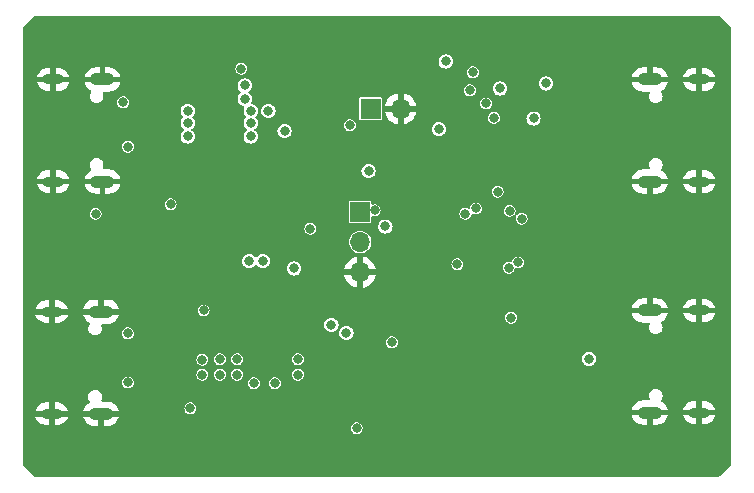
<source format=gbr>
%TF.GenerationSoftware,KiCad,Pcbnew,7.0.7*%
%TF.CreationDate,2023-09-25T17:24:45-05:00*%
%TF.ProjectId,KiVM,4b69564d-2e6b-4696-9361-645f70636258,rev?*%
%TF.SameCoordinates,Original*%
%TF.FileFunction,Copper,L2,Inr*%
%TF.FilePolarity,Positive*%
%FSLAX46Y46*%
G04 Gerber Fmt 4.6, Leading zero omitted, Abs format (unit mm)*
G04 Created by KiCad (PCBNEW 7.0.7) date 2023-09-25 17:24:45*
%MOMM*%
%LPD*%
G01*
G04 APERTURE LIST*
%TA.AperFunction,ComponentPad*%
%ADD10O,2.100000X1.050000*%
%TD*%
%TA.AperFunction,ComponentPad*%
%ADD11O,1.800000X0.900000*%
%TD*%
%TA.AperFunction,ComponentPad*%
%ADD12R,1.700000X1.700000*%
%TD*%
%TA.AperFunction,ComponentPad*%
%ADD13O,1.700000X1.700000*%
%TD*%
%TA.AperFunction,ViaPad*%
%ADD14C,0.800000*%
%TD*%
G04 APERTURE END LIST*
D10*
%TO.N,GND*%
%TO.C,P1*%
X125756000Y-102360000D03*
D11*
X121576000Y-102360000D03*
D10*
X125756000Y-111000000D03*
D11*
X121576000Y-111000000D03*
%TD*%
D10*
%TO.N,GND*%
%TO.C,P3*%
X172096000Y-130558000D03*
D11*
X176276000Y-130558000D03*
D10*
X172096000Y-121918000D03*
D11*
X176276000Y-121918000D03*
%TD*%
D10*
%TO.N,GND*%
%TO.C,P4*%
X172096000Y-111000000D03*
D11*
X176276000Y-111000000D03*
D10*
X172096000Y-102360000D03*
D11*
X176276000Y-102360000D03*
%TD*%
D10*
%TO.N,GND*%
%TO.C,P2*%
X125632000Y-122014000D03*
D11*
X121452000Y-122014000D03*
D10*
X125632000Y-130654000D03*
D11*
X121452000Y-130654000D03*
%TD*%
D12*
%TO.N,+3V3*%
%TO.C,SW1*%
X147574000Y-113588800D03*
D13*
%TO.N,/KVM/SOURCE_SEL*%
X147574000Y-116128800D03*
%TO.N,GND*%
X147574000Y-118668800D03*
%TD*%
D12*
%TO.N,+12V*%
%TO.C,J1*%
X148457600Y-104826200D03*
D13*
%TO.N,GND*%
X150997600Y-104826200D03*
%TD*%
D14*
%TO.N,/KVM/SOURCE_SEL*%
X131521200Y-112928400D03*
X133197600Y-130200400D03*
X143357600Y-115011200D03*
%TO.N,GND*%
X151434800Y-128422400D03*
X144576800Y-101244400D03*
X149758400Y-101650800D03*
X144780000Y-127914400D03*
X150520400Y-117652800D03*
X143713200Y-122123200D03*
X149148800Y-116332000D03*
X150418800Y-122072400D03*
X162433000Y-120523000D03*
X139852400Y-99822000D03*
X154228800Y-115112800D03*
X151130000Y-109220000D03*
X135128000Y-99415600D03*
X157530800Y-115417600D03*
X154432000Y-122072400D03*
X137972800Y-99263200D03*
X159308800Y-104444800D03*
X165658800Y-119532400D03*
X140512800Y-122174000D03*
X163830000Y-121158000D03*
X158242000Y-122783600D03*
X159054800Y-116941600D03*
X146100800Y-107746800D03*
X157378400Y-120700800D03*
X149656800Y-126136400D03*
X151180800Y-107188000D03*
X141122400Y-108356400D03*
X160934400Y-111861600D03*
X142849600Y-107899200D03*
X163017200Y-123545600D03*
X162433000Y-119126000D03*
X151028400Y-103124000D03*
X158343600Y-127254000D03*
X150215600Y-123291600D03*
X154101800Y-119862600D03*
X154990800Y-110185200D03*
X162204400Y-112522000D03*
X163372800Y-104394000D03*
X151485600Y-130251200D03*
X144830800Y-127050800D03*
X146510487Y-126238476D03*
X147370800Y-122123200D03*
X150520400Y-110947200D03*
X163779200Y-122732800D03*
X143103600Y-101142800D03*
X164007800Y-119151400D03*
X134924800Y-101041200D03*
%TO.N,+5V*%
X148285200Y-110134400D03*
X137795000Y-104013000D03*
X154228800Y-106578400D03*
X154813000Y-100838000D03*
X138176000Y-117729000D03*
X139319000Y-117729000D03*
X132969000Y-107188000D03*
X132969000Y-105029000D03*
X141173200Y-106730800D03*
X149707600Y-114808000D03*
X137795000Y-102870000D03*
X138303000Y-105029000D03*
X139801600Y-105003600D03*
X159410400Y-103124000D03*
X138303000Y-106045000D03*
X146405600Y-123799600D03*
X132969000Y-106045000D03*
X163322000Y-102693300D03*
X145135600Y-123139200D03*
X138303000Y-107188000D03*
X141986000Y-118364000D03*
%TO.N,+3V3*%
X160934400Y-117856000D03*
X134213600Y-126085600D03*
X137160000Y-127355600D03*
X147269200Y-131876800D03*
X138582400Y-128066800D03*
X142290800Y-127355600D03*
X134213600Y-127355600D03*
X140360400Y-128066800D03*
X135686800Y-127355600D03*
X155803600Y-118008400D03*
X148793200Y-113436400D03*
X137160000Y-126034800D03*
X135686800Y-126034800D03*
X125171200Y-113741200D03*
X159207200Y-111861600D03*
X142290800Y-126034800D03*
%TO.N,/KVM/Output Connectors/USP_PWR1*%
X162255200Y-105664000D03*
X166954000Y-126009400D03*
%TO.N,/KVM/Input Connectors A/VBUS*%
X127508000Y-104292400D03*
X127914400Y-108051600D03*
%TO.N,/KVM/Input Connectors B/VBUS*%
X127914400Y-123850400D03*
X127914400Y-128016000D03*
%TO.N,Net-(U2-RBIAS)*%
X160350200Y-122529600D03*
X160147039Y-118295262D03*
%TO.N,/Power/FB_5V*%
X146710400Y-106222800D03*
X137515600Y-101447600D03*
%TO.N,Net-(U2-~{OCS2})*%
X156484425Y-113739078D03*
X156870400Y-103276400D03*
%TO.N,Net-(U2-~{OCS1})*%
X160223200Y-113487200D03*
X158242000Y-104394000D03*
%TO.N,Net-(U2-PRTPWR1)*%
X161239200Y-114147600D03*
X158902400Y-105613200D03*
%TO.N,Net-(U2-PRTPWR2)*%
X157378400Y-113284000D03*
X157124400Y-101752400D03*
%TO.N,/Power/FB_3V3*%
X134315200Y-121920000D03*
X150266400Y-124612400D03*
%TD*%
%TA.AperFunction,Conductor*%
%TO.N,GND*%
G36*
X178026017Y-97017986D02*
G01*
X178044877Y-97033185D01*
X178955915Y-97944222D01*
X178986511Y-98000253D01*
X178989100Y-98024337D01*
X178989100Y-134930060D01*
X178971114Y-134991315D01*
X178955915Y-135010175D01*
X178022577Y-135943513D01*
X177966546Y-135974109D01*
X177942462Y-135976698D01*
X120036737Y-135976698D01*
X119975482Y-135958712D01*
X119956622Y-135943513D01*
X119033185Y-135020075D01*
X119002589Y-134964044D01*
X119000000Y-134939960D01*
X119000000Y-131876799D01*
X146761937Y-131876799D01*
X146782484Y-132019713D01*
X146842462Y-132151046D01*
X146842463Y-132151047D01*
X146937013Y-132260164D01*
X147058475Y-132338223D01*
X147197009Y-132378900D01*
X147341391Y-132378900D01*
X147479925Y-132338223D01*
X147601387Y-132260164D01*
X147695937Y-132151047D01*
X147755915Y-132019713D01*
X147776463Y-131876800D01*
X147755915Y-131733887D01*
X147724076Y-131664170D01*
X147695937Y-131602553D01*
X147601387Y-131493436D01*
X147479925Y-131415377D01*
X147341391Y-131374700D01*
X147197009Y-131374700D01*
X147058474Y-131415377D01*
X146937012Y-131493436D01*
X146842462Y-131602553D01*
X146782484Y-131733886D01*
X146761937Y-131876799D01*
X119000000Y-131876799D01*
X119000000Y-130904001D01*
X120081528Y-130904001D01*
X120144686Y-131074531D01*
X120144687Y-131074533D01*
X120246888Y-131238497D01*
X120380005Y-131378538D01*
X120538582Y-131488911D01*
X120538584Y-131488912D01*
X120716138Y-131565106D01*
X120716136Y-131565106D01*
X120905397Y-131604000D01*
X121202000Y-131604000D01*
X121202000Y-131067300D01*
X121219986Y-131006045D01*
X121268233Y-130964239D01*
X121315300Y-130954000D01*
X121588700Y-130954000D01*
X121649955Y-130971986D01*
X121691761Y-131020233D01*
X121702000Y-131067300D01*
X121702000Y-131604000D01*
X121950170Y-131604000D01*
X122094222Y-131589351D01*
X122278571Y-131531511D01*
X122447497Y-131437749D01*
X122447503Y-131437745D01*
X122594102Y-131311894D01*
X122712370Y-131159106D01*
X122712371Y-131159104D01*
X122797459Y-130985641D01*
X122818597Y-130904000D01*
X124111715Y-130904000D01*
X124155440Y-131048147D01*
X124250621Y-131226216D01*
X124378706Y-131382290D01*
X124378709Y-131382293D01*
X124534783Y-131510378D01*
X124712852Y-131605559D01*
X124712861Y-131605562D01*
X124906066Y-131664170D01*
X125056635Y-131679000D01*
X125382000Y-131679000D01*
X125382000Y-131067300D01*
X125399986Y-131006045D01*
X125448233Y-130964239D01*
X125495300Y-130954000D01*
X125768700Y-130954000D01*
X125829955Y-130971986D01*
X125871761Y-131020233D01*
X125882000Y-131067300D01*
X125882000Y-131679000D01*
X126207365Y-131679000D01*
X126357933Y-131664170D01*
X126551138Y-131605562D01*
X126551147Y-131605559D01*
X126729216Y-131510378D01*
X126885290Y-131382293D01*
X126885293Y-131382290D01*
X127013378Y-131226216D01*
X127108559Y-131048147D01*
X127152285Y-130904000D01*
X126572810Y-130904000D01*
X126511555Y-130886014D01*
X126469749Y-130837767D01*
X126465469Y-130808000D01*
X170575715Y-130808000D01*
X170619440Y-130952147D01*
X170714621Y-131130216D01*
X170842706Y-131286290D01*
X170842709Y-131286293D01*
X170998783Y-131414378D01*
X171176852Y-131509559D01*
X171176861Y-131509562D01*
X171370066Y-131568170D01*
X171520635Y-131583000D01*
X171846000Y-131583000D01*
X171846000Y-130971300D01*
X171863986Y-130910045D01*
X171912233Y-130868239D01*
X171959300Y-130858000D01*
X172232700Y-130858000D01*
X172293955Y-130875986D01*
X172335761Y-130924233D01*
X172346000Y-130971300D01*
X172346000Y-131583000D01*
X172671365Y-131583000D01*
X172821933Y-131568170D01*
X173015138Y-131509562D01*
X173015147Y-131509559D01*
X173193216Y-131414378D01*
X173349290Y-131286293D01*
X173349293Y-131286290D01*
X173477378Y-131130216D01*
X173572559Y-130952147D01*
X173616285Y-130808001D01*
X174905528Y-130808001D01*
X174968686Y-130978531D01*
X174968687Y-130978533D01*
X175070888Y-131142497D01*
X175204005Y-131282538D01*
X175362582Y-131392911D01*
X175362584Y-131392912D01*
X175540138Y-131469106D01*
X175540136Y-131469106D01*
X175729397Y-131508000D01*
X176026000Y-131508000D01*
X176026000Y-130971300D01*
X176043986Y-130910045D01*
X176092233Y-130868239D01*
X176139300Y-130858000D01*
X176412700Y-130858000D01*
X176473955Y-130875986D01*
X176515761Y-130924233D01*
X176526000Y-130971300D01*
X176526000Y-131508000D01*
X176774170Y-131508000D01*
X176918222Y-131493351D01*
X177102571Y-131435511D01*
X177271497Y-131341749D01*
X177271503Y-131341745D01*
X177418102Y-131215894D01*
X177536370Y-131063106D01*
X177536371Y-131063104D01*
X177621459Y-130889641D01*
X177642597Y-130808000D01*
X177066810Y-130808000D01*
X177005555Y-130790014D01*
X176963749Y-130741767D01*
X176954663Y-130678576D01*
X176957835Y-130663695D01*
X176979894Y-130586162D01*
X176979895Y-130586160D01*
X176969546Y-130474479D01*
X176968213Y-130471803D01*
X176967255Y-130466425D01*
X176966673Y-130464380D01*
X176966879Y-130464321D01*
X176957010Y-130408955D01*
X176981563Y-130350025D01*
X177034078Y-130313724D01*
X177069635Y-130308000D01*
X177646470Y-130308000D01*
X177646471Y-130307998D01*
X177583313Y-130137468D01*
X177583312Y-130137466D01*
X177481111Y-129973502D01*
X177347994Y-129833461D01*
X177189417Y-129723088D01*
X177189415Y-129723087D01*
X177011861Y-129646893D01*
X177011863Y-129646893D01*
X176822603Y-129608000D01*
X176526000Y-129608000D01*
X176526000Y-130144700D01*
X176508014Y-130205955D01*
X176459767Y-130247761D01*
X176412700Y-130258000D01*
X176139300Y-130258000D01*
X176078045Y-130240014D01*
X176036239Y-130191767D01*
X176026000Y-130144700D01*
X176026000Y-129608000D01*
X175777830Y-129608000D01*
X175633777Y-129622648D01*
X175449428Y-129680488D01*
X175280502Y-129774250D01*
X175280496Y-129774254D01*
X175133897Y-129900105D01*
X175015629Y-130052893D01*
X175015628Y-130052895D01*
X174930540Y-130226358D01*
X174909403Y-130307999D01*
X174909404Y-130308000D01*
X175485190Y-130308000D01*
X175546445Y-130325986D01*
X175588251Y-130374233D01*
X175597337Y-130437424D01*
X175594165Y-130452305D01*
X175572105Y-130529837D01*
X175582454Y-130641520D01*
X175583786Y-130644195D01*
X175584744Y-130649574D01*
X175585327Y-130651620D01*
X175585120Y-130651678D01*
X175594990Y-130707045D01*
X175570437Y-130765975D01*
X175517922Y-130802276D01*
X175482365Y-130808000D01*
X174905530Y-130808000D01*
X174905528Y-130808001D01*
X173616285Y-130808001D01*
X173616285Y-130808000D01*
X173036810Y-130808000D01*
X172975555Y-130790014D01*
X172933749Y-130741767D01*
X172924663Y-130678576D01*
X172927835Y-130663695D01*
X172949894Y-130586162D01*
X172949895Y-130586160D01*
X172939546Y-130474479D01*
X172938213Y-130471803D01*
X172937255Y-130466425D01*
X172936673Y-130464380D01*
X172936879Y-130464321D01*
X172927010Y-130408955D01*
X172951563Y-130350025D01*
X173004078Y-130313724D01*
X173039635Y-130308000D01*
X173616285Y-130308000D01*
X173572559Y-130163852D01*
X173477378Y-129985783D01*
X173349293Y-129829709D01*
X173349290Y-129829706D01*
X173193216Y-129701621D01*
X173193213Y-129701618D01*
X173089754Y-129646318D01*
X173044211Y-129601581D01*
X173030085Y-129539323D01*
X173051861Y-129479311D01*
X173053203Y-129477522D01*
X173098698Y-129418233D01*
X173156687Y-129278236D01*
X173176466Y-129128000D01*
X173156687Y-128977764D01*
X173098698Y-128837767D01*
X173006451Y-128717549D01*
X172886233Y-128625302D01*
X172886232Y-128625301D01*
X172886230Y-128625300D01*
X172795731Y-128587814D01*
X172746236Y-128567313D01*
X172708730Y-128562375D01*
X172633722Y-128552500D01*
X172633720Y-128552500D01*
X172558280Y-128552500D01*
X172558277Y-128552500D01*
X172445764Y-128567313D01*
X172305769Y-128625300D01*
X172185549Y-128717549D01*
X172093300Y-128837769D01*
X172035313Y-128977764D01*
X172015534Y-129127999D01*
X172035313Y-129278237D01*
X172075950Y-129376343D01*
X172082774Y-129439817D01*
X172054197Y-129496905D01*
X171999293Y-129529481D01*
X171971274Y-129533000D01*
X171520635Y-129533000D01*
X171370066Y-129547829D01*
X171176861Y-129606437D01*
X171176852Y-129606440D01*
X170998783Y-129701621D01*
X170842709Y-129829706D01*
X170842706Y-129829709D01*
X170714621Y-129985783D01*
X170619440Y-130163852D01*
X170575715Y-130308000D01*
X171155190Y-130308000D01*
X171216445Y-130325986D01*
X171258251Y-130374233D01*
X171267337Y-130437424D01*
X171264165Y-130452305D01*
X171242105Y-130529837D01*
X171252454Y-130641520D01*
X171253786Y-130644195D01*
X171254744Y-130649574D01*
X171255327Y-130651620D01*
X171255120Y-130651678D01*
X171264990Y-130707045D01*
X171240437Y-130765975D01*
X171187922Y-130802276D01*
X171152365Y-130808000D01*
X170575715Y-130808000D01*
X126465469Y-130808000D01*
X126460663Y-130774576D01*
X126463835Y-130759695D01*
X126485894Y-130682162D01*
X126485895Y-130682160D01*
X126475546Y-130570479D01*
X126474213Y-130567803D01*
X126473255Y-130562425D01*
X126472673Y-130560380D01*
X126472879Y-130560321D01*
X126463010Y-130504955D01*
X126487563Y-130446025D01*
X126540078Y-130409724D01*
X126575635Y-130404000D01*
X127152285Y-130404000D01*
X127108559Y-130259852D01*
X127076781Y-130200400D01*
X132690337Y-130200400D01*
X132710884Y-130343313D01*
X132770862Y-130474646D01*
X132853902Y-130570479D01*
X132865413Y-130583764D01*
X132986875Y-130661823D01*
X133125409Y-130702500D01*
X133269791Y-130702500D01*
X133408325Y-130661823D01*
X133529787Y-130583764D01*
X133624337Y-130474647D01*
X133684315Y-130343313D01*
X133704863Y-130200400D01*
X133684315Y-130057487D01*
X133645960Y-129973502D01*
X133624337Y-129926153D01*
X133529787Y-129817036D01*
X133408325Y-129738977D01*
X133269791Y-129698300D01*
X133125409Y-129698300D01*
X132986874Y-129738977D01*
X132865412Y-129817036D01*
X132770862Y-129926153D01*
X132710884Y-130057486D01*
X132690337Y-130200400D01*
X127076781Y-130200400D01*
X127013378Y-130081783D01*
X126885293Y-129925709D01*
X126885290Y-129925706D01*
X126729216Y-129797621D01*
X126551147Y-129702440D01*
X126551138Y-129702437D01*
X126357933Y-129643829D01*
X126207365Y-129629000D01*
X125756726Y-129629000D01*
X125695471Y-129611014D01*
X125653665Y-129562767D01*
X125644579Y-129499576D01*
X125652050Y-129472343D01*
X125691814Y-129376343D01*
X125692687Y-129374236D01*
X125712466Y-129224000D01*
X125692687Y-129073764D01*
X125634698Y-128933767D01*
X125542451Y-128813549D01*
X125422233Y-128721302D01*
X125422232Y-128721301D01*
X125422230Y-128721300D01*
X125331731Y-128683814D01*
X125282236Y-128663313D01*
X125244730Y-128658375D01*
X125169722Y-128648500D01*
X125169720Y-128648500D01*
X125094280Y-128648500D01*
X125094277Y-128648500D01*
X124981764Y-128663313D01*
X124841769Y-128721300D01*
X124721549Y-128813549D01*
X124629300Y-128933769D01*
X124571312Y-129073764D01*
X124571313Y-129073764D01*
X124551534Y-129224000D01*
X124571313Y-129374236D01*
X124572186Y-129376343D01*
X124629300Y-129514230D01*
X124629301Y-129514232D01*
X124629302Y-129514233D01*
X124674722Y-129573426D01*
X124697742Y-129632970D01*
X124684915Y-129695509D01*
X124640313Y-129741185D01*
X124638245Y-129742318D01*
X124534786Y-129797618D01*
X124534783Y-129797621D01*
X124378709Y-129925706D01*
X124378706Y-129925709D01*
X124250621Y-130081783D01*
X124155440Y-130259852D01*
X124111715Y-130404000D01*
X124691190Y-130404000D01*
X124752445Y-130421986D01*
X124794251Y-130470233D01*
X124803337Y-130533424D01*
X124800165Y-130548305D01*
X124778105Y-130625837D01*
X124778105Y-130625839D01*
X124778105Y-130625840D01*
X124781613Y-130663695D01*
X124788454Y-130737520D01*
X124789786Y-130740195D01*
X124790744Y-130745574D01*
X124791327Y-130747620D01*
X124791120Y-130747678D01*
X124800990Y-130803045D01*
X124776437Y-130861975D01*
X124723922Y-130898276D01*
X124688365Y-130904000D01*
X124111715Y-130904000D01*
X122818597Y-130904000D01*
X122242810Y-130904000D01*
X122181555Y-130886014D01*
X122139749Y-130837767D01*
X122130663Y-130774576D01*
X122133835Y-130759695D01*
X122155894Y-130682162D01*
X122155895Y-130682160D01*
X122145546Y-130570479D01*
X122144213Y-130567803D01*
X122143255Y-130562425D01*
X122142673Y-130560380D01*
X122142879Y-130560321D01*
X122133010Y-130504955D01*
X122157563Y-130446025D01*
X122210078Y-130409724D01*
X122245635Y-130404000D01*
X122822470Y-130404000D01*
X122822471Y-130403998D01*
X122759313Y-130233468D01*
X122759312Y-130233466D01*
X122657111Y-130069502D01*
X122523994Y-129929461D01*
X122365417Y-129819088D01*
X122365415Y-129819087D01*
X122187861Y-129742893D01*
X122187863Y-129742893D01*
X121998603Y-129704000D01*
X121702000Y-129704000D01*
X121702000Y-130240700D01*
X121684014Y-130301955D01*
X121635767Y-130343761D01*
X121588700Y-130354000D01*
X121315300Y-130354000D01*
X121254045Y-130336014D01*
X121212239Y-130287767D01*
X121202000Y-130240700D01*
X121202000Y-129704000D01*
X120953830Y-129704000D01*
X120809777Y-129718648D01*
X120625428Y-129776488D01*
X120456502Y-129870250D01*
X120456496Y-129870254D01*
X120309897Y-129996105D01*
X120191629Y-130148893D01*
X120191628Y-130148895D01*
X120106540Y-130322358D01*
X120085403Y-130403999D01*
X120085404Y-130404000D01*
X120661190Y-130404000D01*
X120722445Y-130421986D01*
X120764251Y-130470233D01*
X120773337Y-130533424D01*
X120770165Y-130548305D01*
X120748105Y-130625837D01*
X120748105Y-130625839D01*
X120748105Y-130625840D01*
X120751613Y-130663695D01*
X120758454Y-130737520D01*
X120759786Y-130740195D01*
X120760744Y-130745574D01*
X120761327Y-130747620D01*
X120761120Y-130747678D01*
X120770990Y-130803045D01*
X120746437Y-130861975D01*
X120693922Y-130898276D01*
X120658365Y-130904000D01*
X120081530Y-130904000D01*
X120081528Y-130904001D01*
X119000000Y-130904001D01*
X119000000Y-128016000D01*
X127407137Y-128016000D01*
X127427684Y-128158913D01*
X127487662Y-128290246D01*
X127487663Y-128290247D01*
X127582213Y-128399364D01*
X127703675Y-128477423D01*
X127842209Y-128518100D01*
X127986591Y-128518100D01*
X128125125Y-128477423D01*
X128246587Y-128399364D01*
X128341137Y-128290247D01*
X128401115Y-128158913D01*
X128414359Y-128066800D01*
X138075137Y-128066800D01*
X138095684Y-128209713D01*
X138155662Y-128341046D01*
X138155663Y-128341047D01*
X138250213Y-128450164D01*
X138371675Y-128528223D01*
X138510209Y-128568900D01*
X138654591Y-128568900D01*
X138793125Y-128528223D01*
X138914587Y-128450164D01*
X139009137Y-128341047D01*
X139069115Y-128209713D01*
X139089663Y-128066800D01*
X139853137Y-128066800D01*
X139873684Y-128209713D01*
X139933662Y-128341046D01*
X139933663Y-128341047D01*
X140028213Y-128450164D01*
X140149675Y-128528223D01*
X140288209Y-128568900D01*
X140432591Y-128568900D01*
X140571125Y-128528223D01*
X140692587Y-128450164D01*
X140787137Y-128341047D01*
X140847115Y-128209713D01*
X140867663Y-128066800D01*
X140847115Y-127923887D01*
X140787137Y-127792553D01*
X140692587Y-127683436D01*
X140571125Y-127605377D01*
X140432591Y-127564700D01*
X140288209Y-127564700D01*
X140149674Y-127605377D01*
X140028212Y-127683436D01*
X139933662Y-127792553D01*
X139873684Y-127923886D01*
X139853137Y-128066800D01*
X139089663Y-128066800D01*
X139069115Y-127923887D01*
X139009137Y-127792553D01*
X138914587Y-127683436D01*
X138793125Y-127605377D01*
X138654591Y-127564700D01*
X138510209Y-127564700D01*
X138371674Y-127605377D01*
X138250212Y-127683436D01*
X138155662Y-127792553D01*
X138095684Y-127923886D01*
X138075137Y-128066800D01*
X128414359Y-128066800D01*
X128421663Y-128016000D01*
X128401115Y-127873087D01*
X128364336Y-127792553D01*
X128341137Y-127741753D01*
X128246587Y-127632636D01*
X128125125Y-127554577D01*
X127986591Y-127513900D01*
X127842209Y-127513900D01*
X127703674Y-127554577D01*
X127582212Y-127632636D01*
X127487662Y-127741753D01*
X127427684Y-127873086D01*
X127407137Y-128016000D01*
X119000000Y-128016000D01*
X119000000Y-127355600D01*
X133706337Y-127355600D01*
X133726884Y-127498513D01*
X133786862Y-127629846D01*
X133786863Y-127629847D01*
X133881413Y-127738964D01*
X134002875Y-127817023D01*
X134141409Y-127857700D01*
X134285791Y-127857700D01*
X134424325Y-127817023D01*
X134545787Y-127738964D01*
X134640337Y-127629847D01*
X134700315Y-127498513D01*
X134720863Y-127355600D01*
X134720863Y-127355599D01*
X135179537Y-127355599D01*
X135200084Y-127498513D01*
X135260062Y-127629846D01*
X135260063Y-127629847D01*
X135354613Y-127738964D01*
X135476075Y-127817023D01*
X135614609Y-127857700D01*
X135758991Y-127857700D01*
X135897525Y-127817023D01*
X136018987Y-127738964D01*
X136113537Y-127629847D01*
X136173515Y-127498513D01*
X136194063Y-127355600D01*
X136652737Y-127355600D01*
X136673284Y-127498513D01*
X136733262Y-127629846D01*
X136733263Y-127629847D01*
X136827813Y-127738964D01*
X136949275Y-127817023D01*
X137087809Y-127857700D01*
X137232191Y-127857700D01*
X137370725Y-127817023D01*
X137492187Y-127738964D01*
X137586737Y-127629847D01*
X137646715Y-127498513D01*
X137667263Y-127355600D01*
X137667263Y-127355599D01*
X141783537Y-127355599D01*
X141804084Y-127498513D01*
X141864062Y-127629846D01*
X141864063Y-127629847D01*
X141958613Y-127738964D01*
X142080075Y-127817023D01*
X142218609Y-127857700D01*
X142362991Y-127857700D01*
X142501525Y-127817023D01*
X142622987Y-127738964D01*
X142717537Y-127629847D01*
X142777515Y-127498513D01*
X142798063Y-127355600D01*
X142777515Y-127212687D01*
X142717537Y-127081353D01*
X142622987Y-126972236D01*
X142501525Y-126894177D01*
X142362991Y-126853500D01*
X142218609Y-126853500D01*
X142080074Y-126894177D01*
X141958612Y-126972236D01*
X141864062Y-127081353D01*
X141804084Y-127212686D01*
X141783537Y-127355599D01*
X137667263Y-127355599D01*
X137646715Y-127212687D01*
X137586737Y-127081353D01*
X137492187Y-126972236D01*
X137370725Y-126894177D01*
X137232191Y-126853500D01*
X137087809Y-126853500D01*
X136949274Y-126894177D01*
X136827812Y-126972236D01*
X136733262Y-127081353D01*
X136673284Y-127212686D01*
X136652737Y-127355600D01*
X136194063Y-127355600D01*
X136173515Y-127212687D01*
X136113537Y-127081353D01*
X136018987Y-126972236D01*
X135897525Y-126894177D01*
X135758991Y-126853500D01*
X135614609Y-126853500D01*
X135476074Y-126894177D01*
X135354612Y-126972236D01*
X135260062Y-127081353D01*
X135200084Y-127212686D01*
X135179537Y-127355599D01*
X134720863Y-127355599D01*
X134700315Y-127212687D01*
X134640337Y-127081353D01*
X134545787Y-126972236D01*
X134424325Y-126894177D01*
X134285791Y-126853500D01*
X134141409Y-126853500D01*
X134002874Y-126894177D01*
X133881412Y-126972236D01*
X133786862Y-127081353D01*
X133726884Y-127212686D01*
X133706337Y-127355600D01*
X119000000Y-127355600D01*
X119000000Y-126085600D01*
X133706337Y-126085600D01*
X133726884Y-126228513D01*
X133786862Y-126359846D01*
X133786863Y-126359847D01*
X133881413Y-126468964D01*
X134002875Y-126547023D01*
X134141409Y-126587700D01*
X134285791Y-126587700D01*
X134424325Y-126547023D01*
X134545787Y-126468964D01*
X134640337Y-126359847D01*
X134700315Y-126228513D01*
X134720863Y-126085600D01*
X134713559Y-126034800D01*
X135179537Y-126034800D01*
X135200084Y-126177713D01*
X135260062Y-126309046D01*
X135262831Y-126312241D01*
X135354613Y-126418164D01*
X135476075Y-126496223D01*
X135614609Y-126536900D01*
X135758991Y-126536900D01*
X135897525Y-126496223D01*
X136018987Y-126418164D01*
X136113537Y-126309047D01*
X136173515Y-126177713D01*
X136194063Y-126034800D01*
X136652737Y-126034800D01*
X136673284Y-126177713D01*
X136733262Y-126309046D01*
X136736031Y-126312241D01*
X136827813Y-126418164D01*
X136949275Y-126496223D01*
X137087809Y-126536900D01*
X137232191Y-126536900D01*
X137370725Y-126496223D01*
X137492187Y-126418164D01*
X137586737Y-126309047D01*
X137646715Y-126177713D01*
X137667263Y-126034800D01*
X141783537Y-126034800D01*
X141804084Y-126177713D01*
X141864062Y-126309046D01*
X141866831Y-126312241D01*
X141958613Y-126418164D01*
X142080075Y-126496223D01*
X142218609Y-126536900D01*
X142362991Y-126536900D01*
X142501525Y-126496223D01*
X142622987Y-126418164D01*
X142717537Y-126309047D01*
X142777515Y-126177713D01*
X142798063Y-126034800D01*
X142794411Y-126009400D01*
X166348318Y-126009400D01*
X166368956Y-126166162D01*
X166429464Y-126312241D01*
X166525718Y-126437682D01*
X166651159Y-126533936D01*
X166797238Y-126594444D01*
X166954000Y-126615082D01*
X167110762Y-126594444D01*
X167256841Y-126533936D01*
X167382282Y-126437682D01*
X167478536Y-126312241D01*
X167539044Y-126166162D01*
X167559682Y-126009400D01*
X167539044Y-125852638D01*
X167478536Y-125706559D01*
X167382282Y-125581118D01*
X167256841Y-125484864D01*
X167110762Y-125424356D01*
X166954000Y-125403718D01*
X166953999Y-125403718D01*
X166797238Y-125424356D01*
X166651158Y-125484864D01*
X166525718Y-125581118D01*
X166429464Y-125706558D01*
X166429464Y-125706559D01*
X166368956Y-125852638D01*
X166348318Y-126009400D01*
X142794411Y-126009400D01*
X142777515Y-125891887D01*
X142740736Y-125811353D01*
X142717537Y-125760553D01*
X142622987Y-125651436D01*
X142501525Y-125573377D01*
X142362991Y-125532700D01*
X142218609Y-125532700D01*
X142080074Y-125573377D01*
X141958612Y-125651436D01*
X141864062Y-125760553D01*
X141804084Y-125891886D01*
X141783537Y-126034800D01*
X137667263Y-126034800D01*
X137646715Y-125891887D01*
X137609936Y-125811353D01*
X137586737Y-125760553D01*
X137492187Y-125651436D01*
X137370725Y-125573377D01*
X137232191Y-125532700D01*
X137087809Y-125532700D01*
X136949274Y-125573377D01*
X136827812Y-125651436D01*
X136733262Y-125760553D01*
X136673284Y-125891886D01*
X136652737Y-126034800D01*
X136194063Y-126034800D01*
X136173515Y-125891887D01*
X136136736Y-125811353D01*
X136113537Y-125760553D01*
X136018987Y-125651436D01*
X135897525Y-125573377D01*
X135758991Y-125532700D01*
X135614609Y-125532700D01*
X135476074Y-125573377D01*
X135354612Y-125651436D01*
X135260062Y-125760553D01*
X135200084Y-125891886D01*
X135179537Y-126034800D01*
X134713559Y-126034800D01*
X134700315Y-125942687D01*
X134640337Y-125811353D01*
X134545787Y-125702236D01*
X134424325Y-125624177D01*
X134285791Y-125583500D01*
X134141409Y-125583500D01*
X134002874Y-125624177D01*
X133881412Y-125702236D01*
X133786862Y-125811353D01*
X133726884Y-125942686D01*
X133706337Y-126085600D01*
X119000000Y-126085600D01*
X119000000Y-124612399D01*
X149759137Y-124612399D01*
X149779684Y-124755313D01*
X149839662Y-124886646D01*
X149839663Y-124886647D01*
X149934213Y-124995764D01*
X150055675Y-125073823D01*
X150194209Y-125114500D01*
X150338591Y-125114500D01*
X150477125Y-125073823D01*
X150598587Y-124995764D01*
X150693137Y-124886647D01*
X150753115Y-124755313D01*
X150773663Y-124612400D01*
X150753115Y-124469487D01*
X150693137Y-124338153D01*
X150598587Y-124229036D01*
X150477125Y-124150977D01*
X150338591Y-124110300D01*
X150194209Y-124110300D01*
X150055674Y-124150977D01*
X149934212Y-124229036D01*
X149839662Y-124338153D01*
X149779684Y-124469486D01*
X149759137Y-124612399D01*
X119000000Y-124612399D01*
X119000000Y-122264001D01*
X120081528Y-122264001D01*
X120144686Y-122434531D01*
X120144687Y-122434533D01*
X120246888Y-122598497D01*
X120380005Y-122738538D01*
X120538582Y-122848911D01*
X120538584Y-122848912D01*
X120716138Y-122925106D01*
X120716136Y-122925106D01*
X120905397Y-122964000D01*
X121202000Y-122964000D01*
X121202000Y-122427300D01*
X121219986Y-122366045D01*
X121268233Y-122324239D01*
X121315300Y-122314000D01*
X121588700Y-122314000D01*
X121649955Y-122331986D01*
X121691761Y-122380233D01*
X121702000Y-122427300D01*
X121702000Y-122964000D01*
X121950170Y-122964000D01*
X122094222Y-122949351D01*
X122278571Y-122891511D01*
X122447497Y-122797749D01*
X122447503Y-122797745D01*
X122594102Y-122671894D01*
X122712370Y-122519106D01*
X122712371Y-122519104D01*
X122797459Y-122345641D01*
X122818597Y-122264000D01*
X124111715Y-122264000D01*
X124155440Y-122408147D01*
X124250621Y-122586216D01*
X124378706Y-122742290D01*
X124378709Y-122742293D01*
X124534783Y-122870378D01*
X124638244Y-122925680D01*
X124683787Y-122970418D01*
X124697914Y-123032676D01*
X124676139Y-123092688D01*
X124674722Y-123094574D01*
X124629301Y-123153767D01*
X124604122Y-123214556D01*
X124571313Y-123293764D01*
X124551534Y-123444000D01*
X124562755Y-123529235D01*
X124571313Y-123594235D01*
X124629300Y-123734230D01*
X124629301Y-123734232D01*
X124629302Y-123734233D01*
X124721549Y-123854451D01*
X124841767Y-123946698D01*
X124981764Y-124004687D01*
X125094280Y-124019500D01*
X125094286Y-124019500D01*
X125169714Y-124019500D01*
X125169720Y-124019500D01*
X125282236Y-124004687D01*
X125422233Y-123946698D01*
X125542451Y-123854451D01*
X125545559Y-123850400D01*
X127407137Y-123850400D01*
X127409719Y-123868364D01*
X127427684Y-123993313D01*
X127487662Y-124124646D01*
X127487663Y-124124647D01*
X127582213Y-124233764D01*
X127703675Y-124311823D01*
X127842209Y-124352500D01*
X127986591Y-124352500D01*
X128125125Y-124311823D01*
X128246587Y-124233764D01*
X128341137Y-124124647D01*
X128401115Y-123993313D01*
X128421663Y-123850400D01*
X128414359Y-123799600D01*
X145799918Y-123799600D01*
X145820556Y-123956362D01*
X145881064Y-124102441D01*
X145977318Y-124227882D01*
X146102759Y-124324136D01*
X146248838Y-124384644D01*
X146405600Y-124405282D01*
X146562362Y-124384644D01*
X146708441Y-124324136D01*
X146833882Y-124227882D01*
X146930136Y-124102441D01*
X146990644Y-123956362D01*
X147011282Y-123799600D01*
X146990644Y-123642838D01*
X146930136Y-123496759D01*
X146833882Y-123371318D01*
X146708441Y-123275064D01*
X146562362Y-123214556D01*
X146405600Y-123193918D01*
X146248838Y-123214556D01*
X146102758Y-123275064D01*
X145977317Y-123371318D01*
X145977318Y-123371318D01*
X145923051Y-123442041D01*
X145876543Y-123502651D01*
X145874621Y-123501176D01*
X145865230Y-123510126D01*
X145866144Y-123529235D01*
X145860709Y-123545899D01*
X145820556Y-123642836D01*
X145820555Y-123642838D01*
X145820556Y-123642838D01*
X145799918Y-123799600D01*
X128414359Y-123799600D01*
X128401115Y-123707487D01*
X128381134Y-123663735D01*
X128341137Y-123576153D01*
X128246587Y-123467036D01*
X128125125Y-123388977D01*
X127986591Y-123348300D01*
X127842209Y-123348300D01*
X127703674Y-123388977D01*
X127582212Y-123467036D01*
X127487662Y-123576153D01*
X127427684Y-123707486D01*
X127420357Y-123758451D01*
X127407137Y-123850400D01*
X125545559Y-123850400D01*
X125634698Y-123734233D01*
X125692687Y-123594236D01*
X125712466Y-123444000D01*
X125692687Y-123293764D01*
X125659878Y-123214556D01*
X125652050Y-123195657D01*
X125645980Y-123139200D01*
X144529918Y-123139200D01*
X144550556Y-123295962D01*
X144611064Y-123442041D01*
X144707318Y-123567482D01*
X144832759Y-123663736D01*
X144978838Y-123724244D01*
X145135600Y-123744882D01*
X145292362Y-123724244D01*
X145438441Y-123663736D01*
X145563882Y-123567482D01*
X145660136Y-123442041D01*
X145660136Y-123442040D01*
X145664657Y-123436149D01*
X145666584Y-123437627D01*
X145675974Y-123428670D01*
X145675068Y-123409513D01*
X145680491Y-123392899D01*
X145689430Y-123371318D01*
X145720644Y-123295962D01*
X145741282Y-123139200D01*
X145720644Y-122982438D01*
X145660136Y-122836359D01*
X145563882Y-122710918D01*
X145438441Y-122614664D01*
X145292362Y-122554156D01*
X145135600Y-122533518D01*
X144978838Y-122554156D01*
X144832758Y-122614664D01*
X144707318Y-122710918D01*
X144611064Y-122836358D01*
X144550556Y-122982438D01*
X144538358Y-123075095D01*
X144529918Y-123139200D01*
X125645980Y-123139200D01*
X125645226Y-123132183D01*
X125673803Y-123075095D01*
X125728707Y-123042519D01*
X125756726Y-123039000D01*
X126207365Y-123039000D01*
X126357933Y-123024170D01*
X126551138Y-122965562D01*
X126551147Y-122965559D01*
X126729216Y-122870378D01*
X126885290Y-122742293D01*
X126885293Y-122742290D01*
X127013378Y-122586216D01*
X127043640Y-122529600D01*
X159842937Y-122529600D01*
X159863484Y-122672513D01*
X159923462Y-122803846D01*
X159980403Y-122869559D01*
X160018013Y-122912964D01*
X160139475Y-122991023D01*
X160278009Y-123031700D01*
X160422391Y-123031700D01*
X160560925Y-122991023D01*
X160682387Y-122912964D01*
X160776937Y-122803847D01*
X160836915Y-122672513D01*
X160857463Y-122529600D01*
X160836915Y-122386687D01*
X160827488Y-122366045D01*
X160776937Y-122255353D01*
X160701246Y-122168000D01*
X170575715Y-122168000D01*
X170619440Y-122312147D01*
X170714621Y-122490216D01*
X170842706Y-122646290D01*
X170842709Y-122646293D01*
X170998783Y-122774378D01*
X171176852Y-122869559D01*
X171176861Y-122869562D01*
X171370066Y-122928170D01*
X171520635Y-122943000D01*
X171971274Y-122943000D01*
X172032529Y-122960986D01*
X172074335Y-123009233D01*
X172083421Y-123072424D01*
X172075950Y-123099657D01*
X172035313Y-123197762D01*
X172022674Y-123293764D01*
X172015534Y-123348000D01*
X172035118Y-123496758D01*
X172035313Y-123498235D01*
X172093300Y-123638230D01*
X172093301Y-123638232D01*
X172093302Y-123638233D01*
X172185549Y-123758451D01*
X172305767Y-123850698D01*
X172445764Y-123908687D01*
X172558280Y-123923500D01*
X172558286Y-123923500D01*
X172633714Y-123923500D01*
X172633720Y-123923500D01*
X172746236Y-123908687D01*
X172886233Y-123850698D01*
X173006451Y-123758451D01*
X173098698Y-123638233D01*
X173156687Y-123498236D01*
X173176466Y-123348000D01*
X173156687Y-123197764D01*
X173098698Y-123057767D01*
X173053275Y-122998571D01*
X173030257Y-122939029D01*
X173043084Y-122876491D01*
X173087685Y-122830814D01*
X173089755Y-122829680D01*
X173193216Y-122774378D01*
X173349290Y-122646293D01*
X173349293Y-122646290D01*
X173477378Y-122490216D01*
X173572559Y-122312147D01*
X173616285Y-122168001D01*
X174905528Y-122168001D01*
X174968686Y-122338531D01*
X174968687Y-122338533D01*
X175070888Y-122502497D01*
X175204005Y-122642538D01*
X175362582Y-122752911D01*
X175362584Y-122752912D01*
X175540138Y-122829106D01*
X175540136Y-122829106D01*
X175729397Y-122868000D01*
X176026000Y-122868000D01*
X176026000Y-122331300D01*
X176043986Y-122270045D01*
X176092233Y-122228239D01*
X176139300Y-122218000D01*
X176412700Y-122218000D01*
X176473955Y-122235986D01*
X176515761Y-122284233D01*
X176526000Y-122331300D01*
X176526000Y-122868000D01*
X176774170Y-122868000D01*
X176918222Y-122853351D01*
X177102571Y-122795511D01*
X177271497Y-122701749D01*
X177271503Y-122701745D01*
X177418102Y-122575894D01*
X177536370Y-122423106D01*
X177536371Y-122423104D01*
X177621459Y-122249641D01*
X177642597Y-122168000D01*
X177066810Y-122168000D01*
X177005555Y-122150014D01*
X176963749Y-122101767D01*
X176954663Y-122038576D01*
X176957835Y-122023695D01*
X176979894Y-121946162D01*
X176979895Y-121946160D01*
X176969546Y-121834479D01*
X176968213Y-121831803D01*
X176967255Y-121826425D01*
X176966673Y-121824380D01*
X176966879Y-121824321D01*
X176957010Y-121768955D01*
X176981563Y-121710025D01*
X177034078Y-121673724D01*
X177069635Y-121668000D01*
X177646470Y-121668000D01*
X177646471Y-121667998D01*
X177583313Y-121497468D01*
X177583312Y-121497466D01*
X177481111Y-121333502D01*
X177347994Y-121193461D01*
X177189417Y-121083088D01*
X177189415Y-121083087D01*
X177011861Y-121006893D01*
X177011863Y-121006893D01*
X176822603Y-120968000D01*
X176526000Y-120968000D01*
X176526000Y-121504700D01*
X176508014Y-121565955D01*
X176459767Y-121607761D01*
X176412700Y-121618000D01*
X176139300Y-121618000D01*
X176078045Y-121600014D01*
X176036239Y-121551767D01*
X176026000Y-121504700D01*
X176026000Y-120968000D01*
X175777830Y-120968000D01*
X175633777Y-120982648D01*
X175449428Y-121040488D01*
X175280502Y-121134250D01*
X175280496Y-121134254D01*
X175133897Y-121260105D01*
X175015629Y-121412893D01*
X175015628Y-121412895D01*
X174930540Y-121586358D01*
X174909403Y-121667999D01*
X174909404Y-121668000D01*
X175485190Y-121668000D01*
X175546445Y-121685986D01*
X175588251Y-121734233D01*
X175597337Y-121797424D01*
X175594165Y-121812305D01*
X175572105Y-121889837D01*
X175582454Y-122001520D01*
X175583786Y-122004195D01*
X175584744Y-122009574D01*
X175585327Y-122011620D01*
X175585120Y-122011678D01*
X175594990Y-122067045D01*
X175570437Y-122125975D01*
X175517922Y-122162276D01*
X175482365Y-122168000D01*
X174905530Y-122168000D01*
X174905528Y-122168001D01*
X173616285Y-122168001D01*
X173616285Y-122168000D01*
X173036810Y-122168000D01*
X172975555Y-122150014D01*
X172933749Y-122101767D01*
X172924663Y-122038576D01*
X172927835Y-122023695D01*
X172949894Y-121946162D01*
X172949895Y-121946160D01*
X172939546Y-121834479D01*
X172938213Y-121831803D01*
X172937255Y-121826425D01*
X172936673Y-121824380D01*
X172936879Y-121824321D01*
X172927010Y-121768955D01*
X172951563Y-121710025D01*
X173004078Y-121673724D01*
X173039635Y-121668000D01*
X173616285Y-121668000D01*
X173572559Y-121523852D01*
X173477378Y-121345783D01*
X173349293Y-121189709D01*
X173349290Y-121189706D01*
X173193216Y-121061621D01*
X173015147Y-120966440D01*
X173015138Y-120966437D01*
X172821933Y-120907829D01*
X172671365Y-120893000D01*
X172346000Y-120893000D01*
X172346000Y-121504700D01*
X172328014Y-121565955D01*
X172279767Y-121607761D01*
X172232700Y-121618000D01*
X171959300Y-121618000D01*
X171898045Y-121600014D01*
X171856239Y-121551767D01*
X171846000Y-121504700D01*
X171846000Y-120893000D01*
X171520635Y-120893000D01*
X171370066Y-120907829D01*
X171176861Y-120966437D01*
X171176852Y-120966440D01*
X170998783Y-121061621D01*
X170842709Y-121189706D01*
X170842706Y-121189709D01*
X170714621Y-121345783D01*
X170619440Y-121523852D01*
X170575715Y-121668000D01*
X171155190Y-121668000D01*
X171216445Y-121685986D01*
X171258251Y-121734233D01*
X171267337Y-121797424D01*
X171264165Y-121812305D01*
X171242105Y-121889837D01*
X171252454Y-122001520D01*
X171253786Y-122004195D01*
X171254744Y-122009574D01*
X171255327Y-122011620D01*
X171255120Y-122011678D01*
X171264990Y-122067045D01*
X171240437Y-122125975D01*
X171187922Y-122162276D01*
X171152365Y-122168000D01*
X170575715Y-122168000D01*
X160701246Y-122168000D01*
X160682387Y-122146236D01*
X160560925Y-122068177D01*
X160422391Y-122027500D01*
X160278009Y-122027500D01*
X160139474Y-122068177D01*
X160018012Y-122146236D01*
X159923462Y-122255353D01*
X159863484Y-122386686D01*
X159842937Y-122529600D01*
X127043640Y-122529600D01*
X127108559Y-122408147D01*
X127152285Y-122264000D01*
X126572810Y-122264000D01*
X126511555Y-122246014D01*
X126469749Y-122197767D01*
X126460663Y-122134576D01*
X126463835Y-122119695D01*
X126477136Y-122072943D01*
X126485895Y-122042160D01*
X126475546Y-121930479D01*
X126474213Y-121927803D01*
X126473255Y-121922425D01*
X126472673Y-121920380D01*
X126472879Y-121920321D01*
X126472822Y-121920000D01*
X133807937Y-121920000D01*
X133828484Y-122062913D01*
X133888462Y-122194246D01*
X133978875Y-122298588D01*
X133983013Y-122303364D01*
X134104475Y-122381423D01*
X134243009Y-122422100D01*
X134387391Y-122422100D01*
X134525925Y-122381423D01*
X134647387Y-122303364D01*
X134741937Y-122194247D01*
X134801915Y-122062913D01*
X134822463Y-121920000D01*
X134801915Y-121777087D01*
X134798552Y-121769724D01*
X134741937Y-121645753D01*
X134647387Y-121536636D01*
X134525925Y-121458577D01*
X134387391Y-121417900D01*
X134243009Y-121417900D01*
X134104474Y-121458577D01*
X133983012Y-121536636D01*
X133888462Y-121645753D01*
X133828484Y-121777086D01*
X133807937Y-121920000D01*
X126472822Y-121920000D01*
X126463010Y-121864955D01*
X126487563Y-121806025D01*
X126540078Y-121769724D01*
X126575635Y-121764000D01*
X127152285Y-121764000D01*
X127108559Y-121619852D01*
X127013378Y-121441783D01*
X126885293Y-121285709D01*
X126885290Y-121285706D01*
X126729216Y-121157621D01*
X126551147Y-121062440D01*
X126551138Y-121062437D01*
X126357933Y-121003829D01*
X126207365Y-120989000D01*
X125882000Y-120989000D01*
X125882000Y-121600700D01*
X125864014Y-121661955D01*
X125815767Y-121703761D01*
X125768700Y-121714000D01*
X125495300Y-121714000D01*
X125434045Y-121696014D01*
X125392239Y-121647767D01*
X125382000Y-121600700D01*
X125382000Y-120989000D01*
X125056635Y-120989000D01*
X124906066Y-121003829D01*
X124712861Y-121062437D01*
X124712852Y-121062440D01*
X124534783Y-121157621D01*
X124378709Y-121285706D01*
X124378706Y-121285709D01*
X124250621Y-121441783D01*
X124155440Y-121619852D01*
X124111715Y-121764000D01*
X124691190Y-121764000D01*
X124752445Y-121781986D01*
X124794251Y-121830233D01*
X124803337Y-121893424D01*
X124800165Y-121908305D01*
X124778105Y-121985837D01*
X124778105Y-121985839D01*
X124778105Y-121985840D01*
X124782992Y-122038576D01*
X124788454Y-122097520D01*
X124789786Y-122100195D01*
X124790744Y-122105574D01*
X124791327Y-122107620D01*
X124791120Y-122107678D01*
X124800990Y-122163045D01*
X124776437Y-122221975D01*
X124723922Y-122258276D01*
X124688365Y-122264000D01*
X124111715Y-122264000D01*
X122818597Y-122264000D01*
X122242810Y-122264000D01*
X122181555Y-122246014D01*
X122139749Y-122197767D01*
X122130663Y-122134576D01*
X122133835Y-122119695D01*
X122147136Y-122072943D01*
X122155895Y-122042160D01*
X122145546Y-121930479D01*
X122144213Y-121927803D01*
X122143255Y-121922425D01*
X122142673Y-121920380D01*
X122142879Y-121920321D01*
X122133010Y-121864955D01*
X122157563Y-121806025D01*
X122210078Y-121769724D01*
X122245635Y-121764000D01*
X122822470Y-121764000D01*
X122822471Y-121763998D01*
X122759313Y-121593468D01*
X122759312Y-121593466D01*
X122657111Y-121429502D01*
X122523994Y-121289461D01*
X122365417Y-121179088D01*
X122365415Y-121179087D01*
X122187861Y-121102893D01*
X122187863Y-121102893D01*
X121998603Y-121064000D01*
X121702000Y-121064000D01*
X121702000Y-121600700D01*
X121684014Y-121661955D01*
X121635767Y-121703761D01*
X121588700Y-121714000D01*
X121315300Y-121714000D01*
X121254045Y-121696014D01*
X121212239Y-121647767D01*
X121202000Y-121600700D01*
X121202000Y-121064000D01*
X120953830Y-121064000D01*
X120809777Y-121078648D01*
X120625428Y-121136488D01*
X120456502Y-121230250D01*
X120456496Y-121230254D01*
X120309897Y-121356105D01*
X120191629Y-121508893D01*
X120191628Y-121508895D01*
X120106540Y-121682358D01*
X120085403Y-121763999D01*
X120085404Y-121764000D01*
X120661190Y-121764000D01*
X120722445Y-121781986D01*
X120764251Y-121830233D01*
X120773337Y-121893424D01*
X120770165Y-121908305D01*
X120748105Y-121985837D01*
X120748105Y-121985839D01*
X120748105Y-121985840D01*
X120752992Y-122038576D01*
X120758454Y-122097520D01*
X120759786Y-122100195D01*
X120760744Y-122105574D01*
X120761327Y-122107620D01*
X120761120Y-122107678D01*
X120770990Y-122163045D01*
X120746437Y-122221975D01*
X120693922Y-122258276D01*
X120658365Y-122264000D01*
X120081530Y-122264000D01*
X120081528Y-122264001D01*
X119000000Y-122264001D01*
X119000000Y-118364000D01*
X141380318Y-118364000D01*
X141400956Y-118520762D01*
X141461464Y-118666841D01*
X141557718Y-118792282D01*
X141683159Y-118888536D01*
X141829238Y-118949044D01*
X141986000Y-118969682D01*
X142142762Y-118949044D01*
X142215775Y-118918801D01*
X146243363Y-118918801D01*
X146300566Y-119132283D01*
X146400401Y-119346380D01*
X146535889Y-119539877D01*
X146702922Y-119706910D01*
X146896419Y-119842398D01*
X147110509Y-119942230D01*
X147324000Y-119999434D01*
X147324000Y-119268752D01*
X147341986Y-119207497D01*
X147390233Y-119165691D01*
X147453421Y-119156605D01*
X147538237Y-119168800D01*
X147538239Y-119168800D01*
X147609761Y-119168800D01*
X147609763Y-119168800D01*
X147694577Y-119156605D01*
X147757765Y-119165690D01*
X147806013Y-119207496D01*
X147824000Y-119268751D01*
X147824000Y-119999433D01*
X148037489Y-119942230D01*
X148037490Y-119942230D01*
X148251580Y-119842398D01*
X148445077Y-119706910D01*
X148612110Y-119539877D01*
X148747598Y-119346380D01*
X148847433Y-119132283D01*
X148904636Y-118918801D01*
X148904636Y-118918800D01*
X148173053Y-118918800D01*
X148111798Y-118900814D01*
X148069992Y-118852567D01*
X148060906Y-118789376D01*
X148064343Y-118773579D01*
X148074000Y-118740691D01*
X148074000Y-118596908D01*
X148064343Y-118564021D01*
X148064342Y-118500181D01*
X148098857Y-118446474D01*
X148156928Y-118419953D01*
X148173053Y-118418800D01*
X148904636Y-118418800D01*
X148904636Y-118418798D01*
X148847434Y-118205320D01*
X148847430Y-118205308D01*
X148755609Y-118008399D01*
X155296337Y-118008399D01*
X155316884Y-118151313D01*
X155376862Y-118282646D01*
X155447355Y-118363999D01*
X155471413Y-118391764D01*
X155592875Y-118469823D01*
X155731409Y-118510500D01*
X155875791Y-118510500D01*
X156014325Y-118469823D01*
X156135787Y-118391764D01*
X156219407Y-118295261D01*
X159639776Y-118295261D01*
X159660323Y-118438175D01*
X159720301Y-118569508D01*
X159720302Y-118569509D01*
X159814852Y-118678626D01*
X159936314Y-118756685D01*
X160074848Y-118797362D01*
X160219230Y-118797362D01*
X160357764Y-118756685D01*
X160479226Y-118678626D01*
X160573776Y-118569509D01*
X160633754Y-118438175D01*
X160635445Y-118426408D01*
X160661965Y-118368335D01*
X160715670Y-118333819D01*
X160779511Y-118333818D01*
X160779514Y-118333819D01*
X160862207Y-118358100D01*
X160862209Y-118358100D01*
X161006591Y-118358100D01*
X161145125Y-118317423D01*
X161266587Y-118239364D01*
X161361137Y-118130247D01*
X161421115Y-117998913D01*
X161441663Y-117856000D01*
X161421115Y-117713087D01*
X161361137Y-117581753D01*
X161266587Y-117472636D01*
X161145125Y-117394577D01*
X161006591Y-117353900D01*
X160862209Y-117353900D01*
X160723674Y-117394577D01*
X160602212Y-117472636D01*
X160507662Y-117581753D01*
X160447683Y-117713088D01*
X160445991Y-117724860D01*
X160419469Y-117782930D01*
X160365762Y-117817444D01*
X160301925Y-117817443D01*
X160219230Y-117793162D01*
X160074848Y-117793162D01*
X159936313Y-117833839D01*
X159814851Y-117911898D01*
X159720301Y-118021015D01*
X159660323Y-118152348D01*
X159639776Y-118295261D01*
X156219407Y-118295261D01*
X156230337Y-118282647D01*
X156290315Y-118151313D01*
X156310863Y-118008400D01*
X156290315Y-117865487D01*
X156285982Y-117856000D01*
X156230337Y-117734153D01*
X156135787Y-117625036D01*
X156014325Y-117546977D01*
X155875791Y-117506300D01*
X155731409Y-117506300D01*
X155592874Y-117546977D01*
X155471412Y-117625036D01*
X155376862Y-117734153D01*
X155316884Y-117865486D01*
X155296337Y-118008399D01*
X148755609Y-118008399D01*
X148747598Y-117991220D01*
X148612111Y-117797723D01*
X148445077Y-117630689D01*
X148251580Y-117495201D01*
X148037483Y-117395366D01*
X147824001Y-117338163D01*
X147824000Y-117338164D01*
X147824000Y-118068847D01*
X147806014Y-118130102D01*
X147757767Y-118171908D01*
X147694576Y-118180994D01*
X147609767Y-118168800D01*
X147609763Y-118168800D01*
X147538237Y-118168800D01*
X147538232Y-118168800D01*
X147453424Y-118180994D01*
X147390233Y-118171908D01*
X147341986Y-118130101D01*
X147324000Y-118068847D01*
X147324000Y-117338164D01*
X147323998Y-117338163D01*
X147110520Y-117395365D01*
X147110508Y-117395369D01*
X146896420Y-117495201D01*
X146702923Y-117630688D01*
X146535888Y-117797723D01*
X146400401Y-117991220D01*
X146300569Y-118205308D01*
X146300565Y-118205320D01*
X146243363Y-118418798D01*
X146243364Y-118418800D01*
X146974947Y-118418800D01*
X147036202Y-118436786D01*
X147078008Y-118485033D01*
X147087094Y-118548224D01*
X147083657Y-118564021D01*
X147074000Y-118596908D01*
X147074000Y-118740691D01*
X147083657Y-118773579D01*
X147083658Y-118837419D01*
X147049143Y-118891126D01*
X146991072Y-118917647D01*
X146974947Y-118918800D01*
X146243364Y-118918800D01*
X146243363Y-118918801D01*
X142215775Y-118918801D01*
X142288841Y-118888536D01*
X142414282Y-118792282D01*
X142510536Y-118666841D01*
X142571044Y-118520762D01*
X142591682Y-118364000D01*
X142571044Y-118207238D01*
X142510536Y-118061159D01*
X142414282Y-117935718D01*
X142288841Y-117839464D01*
X142142762Y-117778956D01*
X141986000Y-117758318D01*
X141829238Y-117778956D01*
X141683158Y-117839464D01*
X141557718Y-117935718D01*
X141461464Y-118061158D01*
X141400956Y-118207238D01*
X141384292Y-118333818D01*
X141380318Y-118364000D01*
X119000000Y-118364000D01*
X119000000Y-117729000D01*
X137570318Y-117729000D01*
X137590956Y-117885762D01*
X137651464Y-118031841D01*
X137747718Y-118157282D01*
X137873159Y-118253536D01*
X138019238Y-118314044D01*
X138176000Y-118334682D01*
X138332762Y-118314044D01*
X138478841Y-118253536D01*
X138604282Y-118157282D01*
X138657613Y-118087778D01*
X138709172Y-118050132D01*
X138772900Y-118046336D01*
X138828563Y-118077596D01*
X138837383Y-118087775D01*
X138890718Y-118157282D01*
X139016159Y-118253536D01*
X139162238Y-118314044D01*
X139319000Y-118334682D01*
X139475762Y-118314044D01*
X139621841Y-118253536D01*
X139747282Y-118157282D01*
X139843536Y-118031841D01*
X139904044Y-117885762D01*
X139924682Y-117729000D01*
X139904044Y-117572238D01*
X139843536Y-117426159D01*
X139747282Y-117300718D01*
X139621841Y-117204464D01*
X139475762Y-117143956D01*
X139319000Y-117123318D01*
X139318999Y-117123318D01*
X139162238Y-117143956D01*
X139016158Y-117204464D01*
X138890715Y-117300720D01*
X138837386Y-117370220D01*
X138785827Y-117407867D01*
X138722100Y-117411663D01*
X138666437Y-117380403D01*
X138657614Y-117370220D01*
X138604284Y-117300720D01*
X138604282Y-117300719D01*
X138604282Y-117300718D01*
X138478841Y-117204464D01*
X138332762Y-117143956D01*
X138176000Y-117123318D01*
X138019238Y-117143956D01*
X137873158Y-117204464D01*
X137747718Y-117300718D01*
X137651464Y-117426158D01*
X137622866Y-117495201D01*
X137590956Y-117572238D01*
X137570318Y-117729000D01*
X119000000Y-117729000D01*
X119000000Y-116128804D01*
X146617293Y-116128804D01*
X146635675Y-116315442D01*
X146690115Y-116494909D01*
X146690117Y-116494915D01*
X146690118Y-116494916D01*
X146778527Y-116660318D01*
X146897506Y-116805294D01*
X147042482Y-116924273D01*
X147207884Y-117012682D01*
X147207890Y-117012684D01*
X147274707Y-117032952D01*
X147387356Y-117067124D01*
X147573995Y-117085507D01*
X147574000Y-117085507D01*
X147574005Y-117085507D01*
X147707317Y-117072376D01*
X147760644Y-117067124D01*
X147940116Y-117012682D01*
X148105518Y-116924273D01*
X148250494Y-116805294D01*
X148369473Y-116660318D01*
X148457882Y-116494916D01*
X148512324Y-116315444D01*
X148530707Y-116128800D01*
X148512324Y-115942156D01*
X148457882Y-115762684D01*
X148369473Y-115597282D01*
X148250494Y-115452306D01*
X148105518Y-115333327D01*
X148015939Y-115285446D01*
X147940115Y-115244917D01*
X147940109Y-115244915D01*
X147760642Y-115190475D01*
X147760643Y-115190475D01*
X147574005Y-115172093D01*
X147573995Y-115172093D01*
X147387357Y-115190475D01*
X147207890Y-115244915D01*
X147207884Y-115244917D01*
X147042483Y-115333326D01*
X146897506Y-115452306D01*
X146778526Y-115597283D01*
X146690117Y-115762684D01*
X146690115Y-115762690D01*
X146635675Y-115942157D01*
X146617293Y-116128795D01*
X146617293Y-116128804D01*
X119000000Y-116128804D01*
X119000000Y-115011200D01*
X142850337Y-115011200D01*
X142870884Y-115154113D01*
X142930862Y-115285446D01*
X142930863Y-115285447D01*
X143025413Y-115394564D01*
X143146875Y-115472623D01*
X143285409Y-115513300D01*
X143429791Y-115513300D01*
X143568325Y-115472623D01*
X143689787Y-115394564D01*
X143784337Y-115285447D01*
X143844315Y-115154113D01*
X143864863Y-115011200D01*
X143844315Y-114868287D01*
X143816782Y-114808000D01*
X149101918Y-114808000D01*
X149122556Y-114964762D01*
X149183064Y-115110841D01*
X149279318Y-115236282D01*
X149404759Y-115332536D01*
X149550838Y-115393044D01*
X149707600Y-115413682D01*
X149864362Y-115393044D01*
X150010441Y-115332536D01*
X150135882Y-115236282D01*
X150232136Y-115110841D01*
X150292644Y-114964762D01*
X150313282Y-114808000D01*
X150292644Y-114651238D01*
X150232136Y-114505159D01*
X150135882Y-114379718D01*
X150010441Y-114283464D01*
X149864362Y-114222956D01*
X149707600Y-114202318D01*
X149550838Y-114222956D01*
X149404758Y-114283464D01*
X149279318Y-114379718D01*
X149183064Y-114505158D01*
X149140042Y-114609022D01*
X149122556Y-114651238D01*
X149101918Y-114808000D01*
X143816782Y-114808000D01*
X143816782Y-114807999D01*
X143784337Y-114736953D01*
X143689787Y-114627836D01*
X143568325Y-114549777D01*
X143429791Y-114509100D01*
X143285409Y-114509100D01*
X143146874Y-114549777D01*
X143025412Y-114627836D01*
X142930862Y-114736953D01*
X142870884Y-114868286D01*
X142850337Y-115011200D01*
X119000000Y-115011200D01*
X119000000Y-114448851D01*
X146621900Y-114448851D01*
X146625867Y-114468800D01*
X146627824Y-114478637D01*
X146650390Y-114512410D01*
X146684163Y-114534976D01*
X146713945Y-114540900D01*
X148434054Y-114540899D01*
X148463837Y-114534976D01*
X148497610Y-114512410D01*
X148520176Y-114478637D01*
X148526100Y-114448855D01*
X148526099Y-114032619D01*
X148544085Y-113971366D01*
X148592332Y-113929559D01*
X148655523Y-113920473D01*
X148671316Y-113923908D01*
X148690559Y-113929559D01*
X148721008Y-113938500D01*
X148721009Y-113938500D01*
X148865391Y-113938500D01*
X149003925Y-113897823D01*
X149125387Y-113819764D01*
X149195302Y-113739078D01*
X155977162Y-113739078D01*
X155997709Y-113881991D01*
X156057687Y-114013324D01*
X156057688Y-114013325D01*
X156152238Y-114122442D01*
X156273700Y-114200501D01*
X156412234Y-114241178D01*
X156556616Y-114241178D01*
X156695150Y-114200501D01*
X156816612Y-114122442D01*
X156911162Y-114013325D01*
X156971140Y-113881991D01*
X156980648Y-113815856D01*
X157007168Y-113757786D01*
X157060873Y-113723271D01*
X157124714Y-113723270D01*
X157154048Y-113736665D01*
X157167675Y-113745423D01*
X157306209Y-113786100D01*
X157450591Y-113786100D01*
X157589125Y-113745423D01*
X157710587Y-113667364D01*
X157805137Y-113558247D01*
X157837583Y-113487199D01*
X159715937Y-113487199D01*
X159736484Y-113630113D01*
X159796462Y-113761446D01*
X159830906Y-113801196D01*
X159891013Y-113870564D01*
X160012475Y-113948623D01*
X160151009Y-113989300D01*
X160295391Y-113989300D01*
X160433925Y-113948623D01*
X160555387Y-113870564D01*
X160585587Y-113835710D01*
X160639290Y-113801196D01*
X160703131Y-113801195D01*
X160756838Y-113835708D01*
X160783359Y-113893779D01*
X160774275Y-113956970D01*
X160774275Y-113956971D01*
X160752484Y-114004686D01*
X160731937Y-114147599D01*
X160752484Y-114290513D01*
X160812462Y-114421846D01*
X160861672Y-114478637D01*
X160907013Y-114530964D01*
X161028475Y-114609023D01*
X161167009Y-114649700D01*
X161311391Y-114649700D01*
X161449925Y-114609023D01*
X161571387Y-114530964D01*
X161665937Y-114421847D01*
X161725915Y-114290513D01*
X161746463Y-114147600D01*
X161725915Y-114004687D01*
X161704123Y-113956970D01*
X161665937Y-113873353D01*
X161571387Y-113764236D01*
X161449925Y-113686177D01*
X161311391Y-113645500D01*
X161167009Y-113645500D01*
X161028474Y-113686177D01*
X160907011Y-113764236D01*
X160876812Y-113799089D01*
X160823106Y-113833604D01*
X160759265Y-113833603D01*
X160705559Y-113799088D01*
X160679039Y-113741017D01*
X160688125Y-113677826D01*
X160692904Y-113667363D01*
X160709915Y-113630113D01*
X160730463Y-113487200D01*
X160709915Y-113344287D01*
X160695062Y-113311764D01*
X160649937Y-113212953D01*
X160555387Y-113103836D01*
X160433925Y-113025777D01*
X160295391Y-112985100D01*
X160151009Y-112985100D01*
X160012474Y-113025777D01*
X159891012Y-113103836D01*
X159796462Y-113212953D01*
X159736484Y-113344286D01*
X159715937Y-113487199D01*
X157837583Y-113487199D01*
X157865115Y-113426913D01*
X157885663Y-113284000D01*
X157865115Y-113141087D01*
X157833250Y-113071313D01*
X157805137Y-113009753D01*
X157710587Y-112900636D01*
X157589125Y-112822577D01*
X157450591Y-112781900D01*
X157306209Y-112781900D01*
X157167674Y-112822577D01*
X157046212Y-112900636D01*
X156951662Y-113009753D01*
X156891684Y-113141086D01*
X156882176Y-113207221D01*
X156855655Y-113265292D01*
X156801949Y-113299807D01*
X156738108Y-113299806D01*
X156708776Y-113286411D01*
X156695151Y-113277655D01*
X156695152Y-113277655D01*
X156556616Y-113236978D01*
X156412234Y-113236978D01*
X156273699Y-113277655D01*
X156152237Y-113355714D01*
X156057687Y-113464831D01*
X155997709Y-113596164D01*
X155977162Y-113739078D01*
X149195302Y-113739078D01*
X149219937Y-113710647D01*
X149279915Y-113579313D01*
X149300463Y-113436400D01*
X149279915Y-113293487D01*
X149275582Y-113284000D01*
X149219937Y-113162153D01*
X149125387Y-113053036D01*
X149003925Y-112974977D01*
X148865391Y-112934300D01*
X148721009Y-112934300D01*
X148671319Y-112948890D01*
X148607478Y-112948889D01*
X148553772Y-112914374D01*
X148527252Y-112856303D01*
X148526099Y-112840179D01*
X148526099Y-112728748D01*
X148526099Y-112728746D01*
X148520176Y-112698963D01*
X148497610Y-112665190D01*
X148463837Y-112642624D01*
X148463836Y-112642623D01*
X148434055Y-112636700D01*
X146713948Y-112636700D01*
X146684168Y-112642623D01*
X146684163Y-112642624D01*
X146650392Y-112665189D01*
X146650389Y-112665191D01*
X146627823Y-112698963D01*
X146621900Y-112728741D01*
X146621900Y-114448851D01*
X119000000Y-114448851D01*
X119000000Y-113741199D01*
X124663937Y-113741199D01*
X124684484Y-113884113D01*
X124744462Y-114015446D01*
X124744463Y-114015447D01*
X124839013Y-114124564D01*
X124960475Y-114202623D01*
X125099009Y-114243300D01*
X125243391Y-114243300D01*
X125381925Y-114202623D01*
X125503387Y-114124564D01*
X125597937Y-114015447D01*
X125657915Y-113884113D01*
X125678463Y-113741200D01*
X125657915Y-113598287D01*
X125656945Y-113596164D01*
X125597937Y-113466953D01*
X125503387Y-113357836D01*
X125381925Y-113279777D01*
X125243391Y-113239100D01*
X125099009Y-113239100D01*
X124960474Y-113279777D01*
X124839012Y-113357836D01*
X124744462Y-113466953D01*
X124684484Y-113598286D01*
X124663937Y-113741199D01*
X119000000Y-113741199D01*
X119000000Y-112928400D01*
X131013937Y-112928400D01*
X131034484Y-113071313D01*
X131094462Y-113202646D01*
X131167045Y-113286411D01*
X131189013Y-113311764D01*
X131310475Y-113389823D01*
X131449009Y-113430500D01*
X131593391Y-113430500D01*
X131731925Y-113389823D01*
X131853387Y-113311764D01*
X131947937Y-113202647D01*
X132007915Y-113071313D01*
X132028463Y-112928400D01*
X132007915Y-112785487D01*
X131982003Y-112728748D01*
X131947937Y-112654153D01*
X131853387Y-112545036D01*
X131731925Y-112466977D01*
X131593391Y-112426300D01*
X131449009Y-112426300D01*
X131310474Y-112466977D01*
X131189012Y-112545036D01*
X131094462Y-112654153D01*
X131034484Y-112785486D01*
X131013937Y-112928400D01*
X119000000Y-112928400D01*
X119000000Y-111250001D01*
X120205528Y-111250001D01*
X120268686Y-111420531D01*
X120268687Y-111420533D01*
X120370888Y-111584497D01*
X120504005Y-111724538D01*
X120662582Y-111834911D01*
X120662584Y-111834912D01*
X120840138Y-111911106D01*
X120840136Y-111911106D01*
X121029397Y-111950000D01*
X121326000Y-111950000D01*
X121326000Y-111413300D01*
X121343986Y-111352045D01*
X121392233Y-111310239D01*
X121439300Y-111300000D01*
X121712700Y-111300000D01*
X121773955Y-111317986D01*
X121815761Y-111366233D01*
X121826000Y-111413300D01*
X121826000Y-111950000D01*
X122074170Y-111950000D01*
X122218222Y-111935351D01*
X122402571Y-111877511D01*
X122571497Y-111783749D01*
X122571503Y-111783745D01*
X122718102Y-111657894D01*
X122836370Y-111505106D01*
X122836371Y-111505104D01*
X122921459Y-111331641D01*
X122942597Y-111250000D01*
X124235715Y-111250000D01*
X124279440Y-111394147D01*
X124374621Y-111572216D01*
X124502706Y-111728290D01*
X124502709Y-111728293D01*
X124658783Y-111856378D01*
X124836852Y-111951559D01*
X124836861Y-111951562D01*
X125030066Y-112010170D01*
X125180635Y-112025000D01*
X125505999Y-112025000D01*
X125506000Y-111413300D01*
X125523986Y-111352045D01*
X125572233Y-111310239D01*
X125619300Y-111300000D01*
X125892700Y-111300000D01*
X125953955Y-111317986D01*
X125995761Y-111366233D01*
X126006000Y-111413300D01*
X126006000Y-112025000D01*
X126331365Y-112025000D01*
X126481933Y-112010170D01*
X126675138Y-111951562D01*
X126675147Y-111951559D01*
X126843446Y-111861600D01*
X158699937Y-111861600D01*
X158720484Y-112004513D01*
X158780462Y-112135846D01*
X158780463Y-112135847D01*
X158875013Y-112244964D01*
X158996475Y-112323023D01*
X159135009Y-112363700D01*
X159279391Y-112363700D01*
X159417925Y-112323023D01*
X159539387Y-112244964D01*
X159633937Y-112135847D01*
X159693915Y-112004513D01*
X159714463Y-111861600D01*
X159693915Y-111718687D01*
X159633937Y-111587353D01*
X159539387Y-111478236D01*
X159417925Y-111400177D01*
X159279391Y-111359500D01*
X159135009Y-111359500D01*
X158996474Y-111400177D01*
X158875012Y-111478236D01*
X158780462Y-111587353D01*
X158720484Y-111718686D01*
X158699937Y-111861600D01*
X126843446Y-111861600D01*
X126853216Y-111856378D01*
X127009290Y-111728293D01*
X127009293Y-111728290D01*
X127137378Y-111572216D01*
X127232559Y-111394147D01*
X127276285Y-111250000D01*
X170575715Y-111250000D01*
X170619440Y-111394147D01*
X170714621Y-111572216D01*
X170842706Y-111728290D01*
X170842709Y-111728293D01*
X170998783Y-111856378D01*
X171176852Y-111951559D01*
X171176861Y-111951562D01*
X171370066Y-112010170D01*
X171520635Y-112025000D01*
X171846000Y-112025000D01*
X171846000Y-111413300D01*
X171863986Y-111352045D01*
X171912233Y-111310239D01*
X171959300Y-111300000D01*
X172232700Y-111300000D01*
X172293955Y-111317986D01*
X172335761Y-111366233D01*
X172346000Y-111413300D01*
X172346000Y-112025000D01*
X172671365Y-112025000D01*
X172821933Y-112010170D01*
X173015138Y-111951562D01*
X173015147Y-111951559D01*
X173193216Y-111856378D01*
X173349290Y-111728293D01*
X173349293Y-111728290D01*
X173477378Y-111572216D01*
X173572559Y-111394147D01*
X173616285Y-111250001D01*
X174905528Y-111250001D01*
X174968686Y-111420531D01*
X174968687Y-111420533D01*
X175070888Y-111584497D01*
X175204005Y-111724538D01*
X175362582Y-111834911D01*
X175362584Y-111834912D01*
X175540138Y-111911106D01*
X175540136Y-111911106D01*
X175729397Y-111950000D01*
X176026000Y-111950000D01*
X176026000Y-111413300D01*
X176043986Y-111352045D01*
X176092233Y-111310239D01*
X176139300Y-111300000D01*
X176412700Y-111300000D01*
X176473955Y-111317986D01*
X176515761Y-111366233D01*
X176526000Y-111413300D01*
X176526000Y-111950000D01*
X176774170Y-111950000D01*
X176918222Y-111935351D01*
X177102571Y-111877511D01*
X177271497Y-111783749D01*
X177271503Y-111783745D01*
X177418102Y-111657894D01*
X177536370Y-111505106D01*
X177536371Y-111505104D01*
X177621459Y-111331641D01*
X177642597Y-111250000D01*
X177066810Y-111250000D01*
X177005555Y-111232014D01*
X176963749Y-111183767D01*
X176954663Y-111120576D01*
X176957835Y-111105695D01*
X176979894Y-111028162D01*
X176979895Y-111028160D01*
X176969546Y-110916479D01*
X176968213Y-110913803D01*
X176967255Y-110908425D01*
X176966673Y-110906380D01*
X176966879Y-110906321D01*
X176957010Y-110850955D01*
X176981563Y-110792025D01*
X177034078Y-110755724D01*
X177069635Y-110750000D01*
X177646470Y-110750000D01*
X177646471Y-110749998D01*
X177583313Y-110579468D01*
X177583312Y-110579466D01*
X177481111Y-110415502D01*
X177347994Y-110275461D01*
X177189417Y-110165088D01*
X177189415Y-110165087D01*
X177011861Y-110088893D01*
X177011863Y-110088893D01*
X176822603Y-110050000D01*
X176526000Y-110050000D01*
X176526000Y-110586700D01*
X176508014Y-110647955D01*
X176459767Y-110689761D01*
X176412700Y-110700000D01*
X176139300Y-110700000D01*
X176078045Y-110682014D01*
X176036239Y-110633767D01*
X176026000Y-110586700D01*
X176026000Y-110050000D01*
X175777830Y-110050000D01*
X175633777Y-110064648D01*
X175449428Y-110122488D01*
X175280502Y-110216250D01*
X175280496Y-110216254D01*
X175133897Y-110342105D01*
X175015629Y-110494893D01*
X175015628Y-110494895D01*
X174930540Y-110668358D01*
X174909403Y-110749999D01*
X174909404Y-110750000D01*
X175485190Y-110750000D01*
X175546445Y-110767986D01*
X175588251Y-110816233D01*
X175597337Y-110879424D01*
X175594165Y-110894305D01*
X175572105Y-110971837D01*
X175582454Y-111083520D01*
X175583786Y-111086195D01*
X175584744Y-111091574D01*
X175585327Y-111093620D01*
X175585120Y-111093678D01*
X175594990Y-111149045D01*
X175570437Y-111207975D01*
X175517922Y-111244276D01*
X175482365Y-111250000D01*
X174905530Y-111250000D01*
X174905528Y-111250001D01*
X173616285Y-111250001D01*
X173616285Y-111250000D01*
X173036810Y-111250000D01*
X172975555Y-111232014D01*
X172933749Y-111183767D01*
X172924663Y-111120576D01*
X172927835Y-111105695D01*
X172949894Y-111028162D01*
X172949895Y-111028160D01*
X172939546Y-110916479D01*
X172938213Y-110913803D01*
X172937255Y-110908425D01*
X172936673Y-110906380D01*
X172936879Y-110906321D01*
X172927010Y-110850955D01*
X172951563Y-110792025D01*
X173004078Y-110755724D01*
X173039635Y-110750000D01*
X173616285Y-110750000D01*
X173572559Y-110605852D01*
X173477378Y-110427783D01*
X173349293Y-110271709D01*
X173349290Y-110271706D01*
X173193216Y-110143621D01*
X173193213Y-110143618D01*
X173089754Y-110088318D01*
X173044211Y-110043581D01*
X173030085Y-109981323D01*
X173051861Y-109921311D01*
X173053203Y-109919522D01*
X173098698Y-109860233D01*
X173156687Y-109720236D01*
X173176466Y-109570000D01*
X173156687Y-109419764D01*
X173098698Y-109279767D01*
X173006451Y-109159549D01*
X172886233Y-109067302D01*
X172886232Y-109067301D01*
X172886230Y-109067300D01*
X172795731Y-109029814D01*
X172746236Y-109009313D01*
X172708730Y-109004375D01*
X172633722Y-108994500D01*
X172633720Y-108994500D01*
X172558280Y-108994500D01*
X172558277Y-108994500D01*
X172445764Y-109009313D01*
X172305769Y-109067300D01*
X172185549Y-109159549D01*
X172093300Y-109279769D01*
X172035313Y-109419764D01*
X172015534Y-109570000D01*
X172035313Y-109720237D01*
X172075950Y-109818343D01*
X172082774Y-109881817D01*
X172054197Y-109938905D01*
X171999293Y-109971481D01*
X171971274Y-109975000D01*
X171520635Y-109975000D01*
X171370066Y-109989829D01*
X171176861Y-110048437D01*
X171176852Y-110048440D01*
X170998783Y-110143621D01*
X170842709Y-110271706D01*
X170842706Y-110271709D01*
X170714621Y-110427783D01*
X170619440Y-110605852D01*
X170575715Y-110750000D01*
X171155190Y-110750000D01*
X171216445Y-110767986D01*
X171258251Y-110816233D01*
X171267337Y-110879424D01*
X171264165Y-110894305D01*
X171242105Y-110971837D01*
X171252454Y-111083520D01*
X171253786Y-111086195D01*
X171254744Y-111091574D01*
X171255327Y-111093620D01*
X171255120Y-111093678D01*
X171264990Y-111149045D01*
X171240437Y-111207975D01*
X171187922Y-111244276D01*
X171152365Y-111250000D01*
X170575715Y-111250000D01*
X127276285Y-111250000D01*
X126696810Y-111250000D01*
X126635555Y-111232014D01*
X126593749Y-111183767D01*
X126584663Y-111120576D01*
X126587835Y-111105695D01*
X126609894Y-111028162D01*
X126609895Y-111028160D01*
X126599546Y-110916479D01*
X126598213Y-110913803D01*
X126597255Y-110908425D01*
X126596673Y-110906380D01*
X126596879Y-110906321D01*
X126587010Y-110850955D01*
X126611563Y-110792025D01*
X126664078Y-110755724D01*
X126699635Y-110750000D01*
X127276285Y-110750000D01*
X127232559Y-110605852D01*
X127137378Y-110427783D01*
X127009293Y-110271709D01*
X127009290Y-110271706D01*
X126853216Y-110143621D01*
X126835965Y-110134400D01*
X147679518Y-110134400D01*
X147700156Y-110291162D01*
X147760664Y-110437241D01*
X147856918Y-110562682D01*
X147982359Y-110658936D01*
X148128438Y-110719444D01*
X148285200Y-110740082D01*
X148441962Y-110719444D01*
X148588041Y-110658936D01*
X148713482Y-110562682D01*
X148809736Y-110437241D01*
X148870244Y-110291162D01*
X148890882Y-110134400D01*
X148870244Y-109977638D01*
X148809736Y-109831559D01*
X148713482Y-109706118D01*
X148588041Y-109609864D01*
X148441962Y-109549356D01*
X148285200Y-109528718D01*
X148128438Y-109549356D01*
X147982358Y-109609864D01*
X147856918Y-109706118D01*
X147760664Y-109831558D01*
X147739846Y-109881817D01*
X147700156Y-109977638D01*
X147679518Y-110134400D01*
X126835965Y-110134400D01*
X126675147Y-110048440D01*
X126675138Y-110048437D01*
X126481933Y-109989829D01*
X126331365Y-109975000D01*
X125880726Y-109975000D01*
X125819471Y-109957014D01*
X125777665Y-109908767D01*
X125768579Y-109845576D01*
X125776050Y-109818343D01*
X125794578Y-109773609D01*
X125816687Y-109720236D01*
X125836466Y-109570000D01*
X125816687Y-109419764D01*
X125758698Y-109279767D01*
X125666451Y-109159549D01*
X125546233Y-109067302D01*
X125546232Y-109067301D01*
X125546230Y-109067300D01*
X125455731Y-109029814D01*
X125406236Y-109009313D01*
X125368730Y-109004375D01*
X125293722Y-108994500D01*
X125293720Y-108994500D01*
X125218280Y-108994500D01*
X125218277Y-108994500D01*
X125105764Y-109009313D01*
X124965769Y-109067300D01*
X124845549Y-109159549D01*
X124753300Y-109279769D01*
X124695313Y-109419764D01*
X124675534Y-109570000D01*
X124695313Y-109720236D01*
X124715814Y-109769731D01*
X124753300Y-109860230D01*
X124753301Y-109860232D01*
X124753302Y-109860233D01*
X124798722Y-109919426D01*
X124821742Y-109978970D01*
X124808915Y-110041509D01*
X124764313Y-110087185D01*
X124762245Y-110088318D01*
X124658786Y-110143618D01*
X124658783Y-110143621D01*
X124502709Y-110271706D01*
X124502706Y-110271709D01*
X124374621Y-110427783D01*
X124279440Y-110605852D01*
X124235715Y-110750000D01*
X124815190Y-110750000D01*
X124876445Y-110767986D01*
X124918251Y-110816233D01*
X124927337Y-110879424D01*
X124924165Y-110894305D01*
X124902105Y-110971837D01*
X124912454Y-111083520D01*
X124913786Y-111086195D01*
X124914744Y-111091574D01*
X124915327Y-111093620D01*
X124915120Y-111093678D01*
X124924990Y-111149045D01*
X124900437Y-111207975D01*
X124847922Y-111244276D01*
X124812365Y-111250000D01*
X124235715Y-111250000D01*
X122942597Y-111250000D01*
X122366810Y-111250000D01*
X122305555Y-111232014D01*
X122263749Y-111183767D01*
X122254663Y-111120576D01*
X122257835Y-111105695D01*
X122279894Y-111028162D01*
X122279895Y-111028160D01*
X122269546Y-110916479D01*
X122268213Y-110913803D01*
X122267255Y-110908425D01*
X122266673Y-110906380D01*
X122266879Y-110906321D01*
X122257010Y-110850955D01*
X122281563Y-110792025D01*
X122334078Y-110755724D01*
X122369635Y-110750000D01*
X122946470Y-110750000D01*
X122946471Y-110749998D01*
X122883313Y-110579468D01*
X122883312Y-110579466D01*
X122781111Y-110415502D01*
X122647994Y-110275461D01*
X122489417Y-110165088D01*
X122489415Y-110165087D01*
X122311861Y-110088893D01*
X122311863Y-110088893D01*
X122122603Y-110050000D01*
X121826000Y-110050000D01*
X121826000Y-110586700D01*
X121808014Y-110647955D01*
X121759767Y-110689761D01*
X121712700Y-110700000D01*
X121439300Y-110700000D01*
X121378045Y-110682014D01*
X121336239Y-110633767D01*
X121326000Y-110586700D01*
X121326000Y-110050000D01*
X121077830Y-110050000D01*
X120933777Y-110064648D01*
X120749428Y-110122488D01*
X120580502Y-110216250D01*
X120580496Y-110216254D01*
X120433897Y-110342105D01*
X120315629Y-110494893D01*
X120315628Y-110494895D01*
X120230540Y-110668358D01*
X120209403Y-110749999D01*
X120209404Y-110750000D01*
X120785190Y-110750000D01*
X120846445Y-110767986D01*
X120888251Y-110816233D01*
X120897337Y-110879424D01*
X120894165Y-110894305D01*
X120872105Y-110971837D01*
X120882454Y-111083520D01*
X120883786Y-111086195D01*
X120884744Y-111091574D01*
X120885327Y-111093620D01*
X120885120Y-111093678D01*
X120894990Y-111149045D01*
X120870437Y-111207975D01*
X120817922Y-111244276D01*
X120782365Y-111250000D01*
X120205530Y-111250000D01*
X120205528Y-111250001D01*
X119000000Y-111250001D01*
X119000000Y-108051599D01*
X127407137Y-108051599D01*
X127427684Y-108194513D01*
X127487662Y-108325846D01*
X127487663Y-108325847D01*
X127582213Y-108434964D01*
X127703675Y-108513023D01*
X127842209Y-108553700D01*
X127986591Y-108553700D01*
X128125125Y-108513023D01*
X128246587Y-108434964D01*
X128341137Y-108325847D01*
X128401115Y-108194513D01*
X128421663Y-108051600D01*
X128401115Y-107908687D01*
X128341137Y-107777353D01*
X128246587Y-107668236D01*
X128125125Y-107590177D01*
X127986591Y-107549500D01*
X127842209Y-107549500D01*
X127703674Y-107590177D01*
X127582212Y-107668236D01*
X127487662Y-107777353D01*
X127427684Y-107908686D01*
X127407137Y-108051599D01*
X119000000Y-108051599D01*
X119000000Y-107188000D01*
X132363318Y-107188000D01*
X132383956Y-107344762D01*
X132444464Y-107490841D01*
X132540718Y-107616282D01*
X132666159Y-107712536D01*
X132812238Y-107773044D01*
X132969000Y-107793682D01*
X133125762Y-107773044D01*
X133271841Y-107712536D01*
X133397282Y-107616282D01*
X133493536Y-107490841D01*
X133554044Y-107344762D01*
X133574682Y-107188000D01*
X133554044Y-107031238D01*
X133493536Y-106885159D01*
X133397282Y-106759718D01*
X133327778Y-106706386D01*
X133290132Y-106654828D01*
X133286336Y-106591100D01*
X133317596Y-106535437D01*
X133327779Y-106526613D01*
X133397282Y-106473282D01*
X133493536Y-106347841D01*
X133554044Y-106201762D01*
X133574682Y-106045000D01*
X133554044Y-105888238D01*
X133493536Y-105742159D01*
X133397282Y-105616718D01*
X133397280Y-105616716D01*
X133392761Y-105610827D01*
X133393807Y-105610024D01*
X133367083Y-105561084D01*
X133371638Y-105497406D01*
X133393348Y-105463623D01*
X133392761Y-105463173D01*
X133397280Y-105457283D01*
X133397282Y-105457282D01*
X133493536Y-105331841D01*
X133554044Y-105185762D01*
X133574682Y-105029000D01*
X133554044Y-104872238D01*
X133493536Y-104726159D01*
X133397282Y-104600718D01*
X133271841Y-104504464D01*
X133125762Y-104443956D01*
X132969000Y-104423318D01*
X132968999Y-104423318D01*
X132812238Y-104443956D01*
X132666158Y-104504464D01*
X132540718Y-104600718D01*
X132444464Y-104726158D01*
X132423254Y-104777364D01*
X132383956Y-104872238D01*
X132363318Y-105029000D01*
X132383956Y-105185762D01*
X132444464Y-105331841D01*
X132540718Y-105457282D01*
X132540719Y-105457283D01*
X132545239Y-105463173D01*
X132544192Y-105463975D01*
X132570917Y-105512916D01*
X132566362Y-105576594D01*
X132544651Y-105610376D01*
X132545239Y-105610827D01*
X132540719Y-105616716D01*
X132540718Y-105616718D01*
X132504438Y-105663999D01*
X132444464Y-105742158D01*
X132404170Y-105839436D01*
X132383956Y-105888238D01*
X132363318Y-106045000D01*
X132383956Y-106201762D01*
X132444464Y-106347841D01*
X132540717Y-106473281D01*
X132540720Y-106473284D01*
X132610220Y-106526614D01*
X132647867Y-106578173D01*
X132651663Y-106641900D01*
X132620403Y-106697563D01*
X132610220Y-106706386D01*
X132540720Y-106759715D01*
X132444464Y-106885158D01*
X132394128Y-107006681D01*
X132383956Y-107031238D01*
X132363318Y-107188000D01*
X119000000Y-107188000D01*
X119000000Y-102610001D01*
X120205528Y-102610001D01*
X120268686Y-102780531D01*
X120268687Y-102780533D01*
X120370888Y-102944497D01*
X120504005Y-103084538D01*
X120662582Y-103194911D01*
X120662584Y-103194912D01*
X120840138Y-103271106D01*
X120840136Y-103271106D01*
X121029397Y-103310000D01*
X121326000Y-103310000D01*
X121326000Y-102773300D01*
X121343986Y-102712045D01*
X121392233Y-102670239D01*
X121439300Y-102660000D01*
X121712700Y-102660000D01*
X121773955Y-102677986D01*
X121815761Y-102726233D01*
X121826000Y-102773300D01*
X121826000Y-103310000D01*
X122074170Y-103310000D01*
X122218222Y-103295351D01*
X122402571Y-103237511D01*
X122571497Y-103143749D01*
X122571503Y-103143745D01*
X122718102Y-103017894D01*
X122836370Y-102865106D01*
X122836371Y-102865104D01*
X122921459Y-102691641D01*
X122942597Y-102610000D01*
X124235715Y-102610000D01*
X124279440Y-102754147D01*
X124374621Y-102932216D01*
X124502706Y-103088290D01*
X124502709Y-103088293D01*
X124658783Y-103216378D01*
X124762244Y-103271680D01*
X124807787Y-103316418D01*
X124821914Y-103378676D01*
X124800139Y-103438688D01*
X124798722Y-103440574D01*
X124753301Y-103499767D01*
X124695313Y-103639764D01*
X124675786Y-103788089D01*
X124675534Y-103790000D01*
X124695313Y-103940236D01*
X124706046Y-103966148D01*
X124753300Y-104080230D01*
X124753301Y-104080232D01*
X124753302Y-104080233D01*
X124845549Y-104200451D01*
X124965767Y-104292698D01*
X125105764Y-104350687D01*
X125218280Y-104365500D01*
X125218286Y-104365500D01*
X125293714Y-104365500D01*
X125293720Y-104365500D01*
X125406236Y-104350687D01*
X125546233Y-104292698D01*
X125546623Y-104292399D01*
X127000737Y-104292399D01*
X127021284Y-104435313D01*
X127081262Y-104566646D01*
X127169300Y-104668247D01*
X127175813Y-104675764D01*
X127297275Y-104753823D01*
X127435809Y-104794500D01*
X127580191Y-104794500D01*
X127718725Y-104753823D01*
X127840187Y-104675764D01*
X127934737Y-104566647D01*
X127994715Y-104435313D01*
X128015263Y-104292400D01*
X127994715Y-104149487D01*
X127994319Y-104148620D01*
X127934737Y-104018153D01*
X127930272Y-104013000D01*
X137189318Y-104013000D01*
X137209956Y-104169762D01*
X137270464Y-104315841D01*
X137366718Y-104441282D01*
X137492159Y-104537536D01*
X137638238Y-104598044D01*
X137675144Y-104602902D01*
X137733526Y-104628730D01*
X137768677Y-104682022D01*
X137769437Y-104745858D01*
X137765030Y-104758590D01*
X137717956Y-104872236D01*
X137708143Y-104946776D01*
X137697318Y-105029000D01*
X137717956Y-105185762D01*
X137778464Y-105331841D01*
X137874718Y-105457282D01*
X137874719Y-105457283D01*
X137879239Y-105463173D01*
X137878192Y-105463975D01*
X137904917Y-105512916D01*
X137900362Y-105576594D01*
X137878651Y-105610376D01*
X137879239Y-105610827D01*
X137874719Y-105616716D01*
X137874718Y-105616718D01*
X137838438Y-105663999D01*
X137778464Y-105742158D01*
X137738170Y-105839436D01*
X137717956Y-105888238D01*
X137697318Y-106045000D01*
X137717956Y-106201762D01*
X137778464Y-106347841D01*
X137874717Y-106473281D01*
X137874720Y-106473284D01*
X137944220Y-106526614D01*
X137981867Y-106578173D01*
X137985663Y-106641900D01*
X137954403Y-106697563D01*
X137944220Y-106706386D01*
X137874720Y-106759715D01*
X137778464Y-106885158D01*
X137728128Y-107006681D01*
X137717956Y-107031238D01*
X137697318Y-107188000D01*
X137717956Y-107344762D01*
X137778464Y-107490841D01*
X137874718Y-107616282D01*
X138000159Y-107712536D01*
X138146238Y-107773044D01*
X138303000Y-107793682D01*
X138459762Y-107773044D01*
X138605841Y-107712536D01*
X138731282Y-107616282D01*
X138827536Y-107490841D01*
X138888044Y-107344762D01*
X138908682Y-107188000D01*
X138888044Y-107031238D01*
X138827536Y-106885159D01*
X138731282Y-106759718D01*
X138693595Y-106730800D01*
X140567518Y-106730800D01*
X140588156Y-106887562D01*
X140648664Y-107033641D01*
X140744918Y-107159082D01*
X140870359Y-107255336D01*
X141016438Y-107315844D01*
X141173200Y-107336482D01*
X141329962Y-107315844D01*
X141476041Y-107255336D01*
X141601482Y-107159082D01*
X141697736Y-107033641D01*
X141758244Y-106887562D01*
X141778882Y-106730800D01*
X141758244Y-106574038D01*
X141697736Y-106427959D01*
X141601482Y-106302518D01*
X141497591Y-106222800D01*
X146203137Y-106222800D01*
X146223684Y-106365713D01*
X146283662Y-106497046D01*
X146283663Y-106497047D01*
X146378213Y-106606164D01*
X146499675Y-106684223D01*
X146638209Y-106724900D01*
X146782591Y-106724900D01*
X146921125Y-106684223D01*
X147042587Y-106606164D01*
X147066645Y-106578400D01*
X153623118Y-106578400D01*
X153643756Y-106735162D01*
X153704264Y-106881241D01*
X153800518Y-107006682D01*
X153925959Y-107102936D01*
X154072038Y-107163444D01*
X154228800Y-107184082D01*
X154385562Y-107163444D01*
X154531641Y-107102936D01*
X154657082Y-107006682D01*
X154753336Y-106881241D01*
X154813844Y-106735162D01*
X154834482Y-106578400D01*
X154813844Y-106421638D01*
X154753336Y-106275559D01*
X154657082Y-106150118D01*
X154531641Y-106053864D01*
X154385562Y-105993356D01*
X154228800Y-105972718D01*
X154072038Y-105993356D01*
X153925958Y-106053864D01*
X153800518Y-106150118D01*
X153704264Y-106275558D01*
X153704264Y-106275559D01*
X153643756Y-106421638D01*
X153623118Y-106578400D01*
X147066645Y-106578400D01*
X147137137Y-106497047D01*
X147197115Y-106365713D01*
X147217663Y-106222800D01*
X147197115Y-106079887D01*
X147181182Y-106044999D01*
X147137137Y-105948553D01*
X147042587Y-105839436D01*
X146921125Y-105761377D01*
X146782591Y-105720700D01*
X146638209Y-105720700D01*
X146499674Y-105761377D01*
X146378212Y-105839436D01*
X146283662Y-105948553D01*
X146223684Y-106079886D01*
X146203137Y-106222800D01*
X141497591Y-106222800D01*
X141476041Y-106206264D01*
X141329962Y-106145756D01*
X141173200Y-106125118D01*
X141016438Y-106145756D01*
X140870358Y-106206264D01*
X140744918Y-106302518D01*
X140648664Y-106427958D01*
X140620047Y-106497046D01*
X140588156Y-106574038D01*
X140567518Y-106730800D01*
X138693595Y-106730800D01*
X138661778Y-106706386D01*
X138624132Y-106654828D01*
X138620336Y-106591100D01*
X138651596Y-106535437D01*
X138661779Y-106526613D01*
X138731282Y-106473282D01*
X138827536Y-106347841D01*
X138888044Y-106201762D01*
X138908682Y-106045000D01*
X138888044Y-105888238D01*
X138827536Y-105742159D01*
X138784636Y-105686251D01*
X147505500Y-105686251D01*
X147507693Y-105697277D01*
X147511424Y-105716037D01*
X147533990Y-105749810D01*
X147567763Y-105772376D01*
X147597545Y-105778300D01*
X149317654Y-105778299D01*
X149347437Y-105772376D01*
X149381210Y-105749810D01*
X149403776Y-105716037D01*
X149409700Y-105686255D01*
X149409700Y-105076201D01*
X149666963Y-105076201D01*
X149724166Y-105289683D01*
X149824001Y-105503780D01*
X149959489Y-105697277D01*
X150126522Y-105864310D01*
X150320019Y-105999798D01*
X150534109Y-106099630D01*
X150747600Y-106156834D01*
X150747600Y-105426152D01*
X150765586Y-105364897D01*
X150813833Y-105323091D01*
X150877021Y-105314005D01*
X150961837Y-105326200D01*
X150961839Y-105326200D01*
X151033361Y-105326200D01*
X151033363Y-105326200D01*
X151118177Y-105314005D01*
X151181365Y-105323090D01*
X151229613Y-105364896D01*
X151247600Y-105426151D01*
X151247600Y-106156833D01*
X151461089Y-106099630D01*
X151461090Y-106099630D01*
X151675180Y-105999798D01*
X151868677Y-105864310D01*
X152035710Y-105697277D01*
X152094582Y-105613199D01*
X158395137Y-105613199D01*
X158415684Y-105756113D01*
X158475662Y-105887446D01*
X158475663Y-105887447D01*
X158570213Y-105996564D01*
X158691675Y-106074623D01*
X158830209Y-106115300D01*
X158974591Y-106115300D01*
X159113125Y-106074623D01*
X159234587Y-105996564D01*
X159329137Y-105887447D01*
X159389115Y-105756113D01*
X159402359Y-105664000D01*
X161649518Y-105664000D01*
X161670156Y-105820762D01*
X161730664Y-105966841D01*
X161826918Y-106092282D01*
X161952359Y-106188536D01*
X162098438Y-106249044D01*
X162255200Y-106269682D01*
X162411962Y-106249044D01*
X162558041Y-106188536D01*
X162683482Y-106092282D01*
X162779736Y-105966841D01*
X162840244Y-105820762D01*
X162860882Y-105664000D01*
X162840244Y-105507238D01*
X162779736Y-105361159D01*
X162683482Y-105235718D01*
X162558041Y-105139464D01*
X162411962Y-105078956D01*
X162255200Y-105058318D01*
X162255199Y-105058318D01*
X162098438Y-105078956D01*
X161952358Y-105139464D01*
X161826918Y-105235718D01*
X161730664Y-105361158D01*
X161690848Y-105457282D01*
X161670156Y-105507238D01*
X161649518Y-105664000D01*
X159402359Y-105664000D01*
X159409663Y-105613200D01*
X159389115Y-105470287D01*
X159386232Y-105463975D01*
X159329137Y-105338953D01*
X159234587Y-105229836D01*
X159113125Y-105151777D01*
X158974591Y-105111100D01*
X158830209Y-105111100D01*
X158691674Y-105151777D01*
X158570212Y-105229836D01*
X158475662Y-105338953D01*
X158415684Y-105470286D01*
X158395137Y-105613199D01*
X152094582Y-105613199D01*
X152171198Y-105503780D01*
X152271033Y-105289683D01*
X152328236Y-105076201D01*
X152328236Y-105076200D01*
X151596653Y-105076200D01*
X151535398Y-105058214D01*
X151493592Y-105009967D01*
X151484506Y-104946776D01*
X151487943Y-104930979D01*
X151497600Y-104898091D01*
X151497600Y-104754308D01*
X151487943Y-104721421D01*
X151487942Y-104657581D01*
X151522457Y-104603874D01*
X151580528Y-104577353D01*
X151596653Y-104576200D01*
X152328236Y-104576200D01*
X152328236Y-104576198D01*
X152279415Y-104393999D01*
X157734737Y-104393999D01*
X157755284Y-104536913D01*
X157815262Y-104668246D01*
X157889838Y-104754311D01*
X157909813Y-104777364D01*
X158031275Y-104855423D01*
X158169809Y-104896100D01*
X158314191Y-104896100D01*
X158452725Y-104855423D01*
X158574187Y-104777364D01*
X158668737Y-104668247D01*
X158728715Y-104536913D01*
X158749263Y-104394000D01*
X158728715Y-104251087D01*
X158705590Y-104200451D01*
X158668737Y-104119753D01*
X158574187Y-104010636D01*
X158452725Y-103932577D01*
X158314191Y-103891900D01*
X158169809Y-103891900D01*
X158031274Y-103932577D01*
X157909812Y-104010636D01*
X157815262Y-104119753D01*
X157755284Y-104251086D01*
X157734737Y-104393999D01*
X152279415Y-104393999D01*
X152271034Y-104362720D01*
X152271030Y-104362708D01*
X152171198Y-104148620D01*
X152035711Y-103955123D01*
X151868677Y-103788089D01*
X151675180Y-103652601D01*
X151461083Y-103552766D01*
X151247601Y-103495563D01*
X151247600Y-103495564D01*
X151247600Y-104226247D01*
X151229614Y-104287502D01*
X151181367Y-104329308D01*
X151118176Y-104338394D01*
X151033367Y-104326200D01*
X151033363Y-104326200D01*
X150961837Y-104326200D01*
X150961832Y-104326200D01*
X150877024Y-104338394D01*
X150813833Y-104329308D01*
X150765586Y-104287501D01*
X150747600Y-104226247D01*
X150747600Y-103495564D01*
X150747598Y-103495563D01*
X150534120Y-103552765D01*
X150534108Y-103552769D01*
X150320020Y-103652601D01*
X150126523Y-103788088D01*
X149959488Y-103955123D01*
X149824001Y-104148620D01*
X149724169Y-104362708D01*
X149724165Y-104362720D01*
X149666963Y-104576198D01*
X149666964Y-104576200D01*
X150398547Y-104576200D01*
X150459802Y-104594186D01*
X150501608Y-104642433D01*
X150510694Y-104705624D01*
X150507257Y-104721421D01*
X150497600Y-104754308D01*
X150497600Y-104898091D01*
X150507257Y-104930979D01*
X150507258Y-104994819D01*
X150472743Y-105048526D01*
X150414672Y-105075047D01*
X150398547Y-105076200D01*
X149666964Y-105076200D01*
X149666963Y-105076201D01*
X149409700Y-105076201D01*
X149409699Y-103966146D01*
X149403776Y-103936363D01*
X149381210Y-103902590D01*
X149347437Y-103880024D01*
X149347436Y-103880023D01*
X149317655Y-103874100D01*
X147597548Y-103874100D01*
X147567768Y-103880023D01*
X147567763Y-103880024D01*
X147533992Y-103902589D01*
X147533989Y-103902591D01*
X147511423Y-103936363D01*
X147505500Y-103966141D01*
X147505500Y-105686251D01*
X138784636Y-105686251D01*
X138731282Y-105616718D01*
X138731280Y-105616716D01*
X138726761Y-105610827D01*
X138727807Y-105610024D01*
X138701083Y-105561084D01*
X138705638Y-105497406D01*
X138727348Y-105463623D01*
X138726761Y-105463173D01*
X138731280Y-105457283D01*
X138731282Y-105457282D01*
X138827536Y-105331841D01*
X138888044Y-105185762D01*
X138908682Y-105029000D01*
X138905338Y-105003600D01*
X139195918Y-105003600D01*
X139216556Y-105160362D01*
X139277064Y-105306441D01*
X139373318Y-105431882D01*
X139498759Y-105528136D01*
X139644838Y-105588644D01*
X139801600Y-105609282D01*
X139958362Y-105588644D01*
X140104441Y-105528136D01*
X140229882Y-105431882D01*
X140326136Y-105306441D01*
X140386644Y-105160362D01*
X140407282Y-105003600D01*
X140386644Y-104846838D01*
X140326136Y-104700759D01*
X140229882Y-104575318D01*
X140104441Y-104479064D01*
X139958362Y-104418556D01*
X139801600Y-104397918D01*
X139644838Y-104418556D01*
X139498758Y-104479064D01*
X139373318Y-104575318D01*
X139277064Y-104700758D01*
X139245333Y-104777364D01*
X139216556Y-104846838D01*
X139195918Y-105003600D01*
X138905338Y-105003600D01*
X138888044Y-104872238D01*
X138827536Y-104726159D01*
X138731282Y-104600718D01*
X138605841Y-104504464D01*
X138459762Y-104443956D01*
X138459759Y-104443955D01*
X138459758Y-104443955D01*
X138422854Y-104439096D01*
X138364472Y-104413268D01*
X138329321Y-104359975D01*
X138328563Y-104296139D01*
X138332970Y-104283408D01*
X138346358Y-104251086D01*
X138380044Y-104169762D01*
X138400682Y-104013000D01*
X138380044Y-103856238D01*
X138319536Y-103710159D01*
X138223282Y-103584718D01*
X138153778Y-103531386D01*
X138116132Y-103479828D01*
X138112336Y-103416100D01*
X138143596Y-103360437D01*
X138153779Y-103351613D01*
X138223282Y-103298282D01*
X138240073Y-103276400D01*
X156363137Y-103276400D01*
X156365719Y-103294364D01*
X156383684Y-103419313D01*
X156443662Y-103550646D01*
X156473186Y-103584718D01*
X156538213Y-103659764D01*
X156659675Y-103737823D01*
X156798209Y-103778500D01*
X156942591Y-103778500D01*
X157081125Y-103737823D01*
X157202587Y-103659764D01*
X157297137Y-103550647D01*
X157357115Y-103419313D01*
X157377663Y-103276400D01*
X157360069Y-103154034D01*
X157357115Y-103133486D01*
X157352783Y-103124000D01*
X158804718Y-103124000D01*
X158825356Y-103280762D01*
X158885864Y-103426841D01*
X158982118Y-103552282D01*
X159107559Y-103648536D01*
X159253638Y-103709044D01*
X159410400Y-103729682D01*
X159567162Y-103709044D01*
X159713241Y-103648536D01*
X159838682Y-103552282D01*
X159934936Y-103426841D01*
X159995444Y-103280762D01*
X160016082Y-103124000D01*
X159995444Y-102967238D01*
X159934936Y-102821159D01*
X159838682Y-102695718D01*
X159835531Y-102693300D01*
X162716318Y-102693300D01*
X162736956Y-102850062D01*
X162797464Y-102996141D01*
X162893718Y-103121582D01*
X163019159Y-103217836D01*
X163165238Y-103278344D01*
X163322000Y-103298982D01*
X163478762Y-103278344D01*
X163624841Y-103217836D01*
X163750282Y-103121582D01*
X163846536Y-102996141D01*
X163907044Y-102850062D01*
X163927682Y-102693300D01*
X163916715Y-102610000D01*
X170575715Y-102610000D01*
X170619440Y-102754147D01*
X170714621Y-102932216D01*
X170842706Y-103088290D01*
X170842709Y-103088293D01*
X170998783Y-103216378D01*
X171176852Y-103311559D01*
X171176861Y-103311562D01*
X171370066Y-103370170D01*
X171520635Y-103385000D01*
X171971274Y-103385000D01*
X172032529Y-103402986D01*
X172074335Y-103451233D01*
X172083421Y-103514424D01*
X172075950Y-103541657D01*
X172035313Y-103639762D01*
X172015534Y-103789999D01*
X172015534Y-103790000D01*
X172035313Y-103940236D01*
X172046046Y-103966148D01*
X172093300Y-104080230D01*
X172093301Y-104080232D01*
X172093302Y-104080233D01*
X172185549Y-104200451D01*
X172305767Y-104292698D01*
X172445764Y-104350687D01*
X172558280Y-104365500D01*
X172558286Y-104365500D01*
X172633714Y-104365500D01*
X172633720Y-104365500D01*
X172746236Y-104350687D01*
X172886233Y-104292698D01*
X173006451Y-104200451D01*
X173098698Y-104080233D01*
X173156687Y-103940236D01*
X173176466Y-103790000D01*
X173156687Y-103639764D01*
X173098698Y-103499767D01*
X173053275Y-103440571D01*
X173030257Y-103381029D01*
X173043084Y-103318491D01*
X173087685Y-103272814D01*
X173089755Y-103271680D01*
X173193216Y-103216378D01*
X173349290Y-103088293D01*
X173349293Y-103088290D01*
X173477378Y-102932216D01*
X173572559Y-102754147D01*
X173616285Y-102610001D01*
X174905528Y-102610001D01*
X174968686Y-102780531D01*
X174968687Y-102780533D01*
X175070888Y-102944497D01*
X175204005Y-103084538D01*
X175362582Y-103194911D01*
X175362584Y-103194912D01*
X175540138Y-103271106D01*
X175540136Y-103271106D01*
X175729397Y-103310000D01*
X176026000Y-103310000D01*
X176026000Y-102773300D01*
X176043986Y-102712045D01*
X176092233Y-102670239D01*
X176139300Y-102660000D01*
X176412700Y-102660000D01*
X176473955Y-102677986D01*
X176515761Y-102726233D01*
X176526000Y-102773300D01*
X176526000Y-103310000D01*
X176774170Y-103310000D01*
X176918222Y-103295351D01*
X177102571Y-103237511D01*
X177271497Y-103143749D01*
X177271503Y-103143745D01*
X177418102Y-103017894D01*
X177536370Y-102865106D01*
X177536371Y-102865104D01*
X177621459Y-102691641D01*
X177642597Y-102610000D01*
X177066810Y-102610000D01*
X177005555Y-102592014D01*
X176963749Y-102543767D01*
X176954663Y-102480576D01*
X176957835Y-102465695D01*
X176971136Y-102418943D01*
X176979895Y-102388160D01*
X176969546Y-102276479D01*
X176968213Y-102273803D01*
X176967255Y-102268425D01*
X176966673Y-102266380D01*
X176966879Y-102266321D01*
X176957010Y-102210955D01*
X176981563Y-102152025D01*
X177034078Y-102115724D01*
X177069635Y-102110000D01*
X177646470Y-102110000D01*
X177646471Y-102109998D01*
X177583313Y-101939468D01*
X177583312Y-101939466D01*
X177481111Y-101775502D01*
X177347994Y-101635461D01*
X177189417Y-101525088D01*
X177189415Y-101525087D01*
X177011861Y-101448893D01*
X177011863Y-101448893D01*
X176822603Y-101410000D01*
X176526000Y-101410000D01*
X176526000Y-101946700D01*
X176508014Y-102007955D01*
X176459767Y-102049761D01*
X176412700Y-102060000D01*
X176139300Y-102060000D01*
X176078045Y-102042014D01*
X176036239Y-101993767D01*
X176026000Y-101946700D01*
X176026000Y-101410000D01*
X175777830Y-101410000D01*
X175633777Y-101424648D01*
X175449428Y-101482488D01*
X175280502Y-101576250D01*
X175280496Y-101576254D01*
X175133897Y-101702105D01*
X175015629Y-101854893D01*
X175015628Y-101854895D01*
X174930540Y-102028358D01*
X174909403Y-102109999D01*
X174909404Y-102110000D01*
X175485190Y-102110000D01*
X175546445Y-102127986D01*
X175588251Y-102176233D01*
X175597337Y-102239424D01*
X175594165Y-102254305D01*
X175572105Y-102331837D01*
X175572105Y-102331839D01*
X175572105Y-102331840D01*
X175577324Y-102388160D01*
X175582454Y-102443520D01*
X175583786Y-102446195D01*
X175584744Y-102451574D01*
X175585327Y-102453620D01*
X175585120Y-102453678D01*
X175594990Y-102509045D01*
X175570437Y-102567975D01*
X175517922Y-102604276D01*
X175482365Y-102610000D01*
X174905530Y-102610000D01*
X174905528Y-102610001D01*
X173616285Y-102610001D01*
X173616285Y-102610000D01*
X173036810Y-102610000D01*
X172975555Y-102592014D01*
X172933749Y-102543767D01*
X172924663Y-102480576D01*
X172927835Y-102465695D01*
X172941136Y-102418943D01*
X172949895Y-102388160D01*
X172939546Y-102276479D01*
X172938213Y-102273803D01*
X172937255Y-102268425D01*
X172936673Y-102266380D01*
X172936879Y-102266321D01*
X172927010Y-102210955D01*
X172951563Y-102152025D01*
X173004078Y-102115724D01*
X173039635Y-102110000D01*
X173616285Y-102110000D01*
X173572559Y-101965852D01*
X173477378Y-101787783D01*
X173349293Y-101631709D01*
X173349290Y-101631706D01*
X173193216Y-101503621D01*
X173015147Y-101408440D01*
X173015138Y-101408437D01*
X172821933Y-101349829D01*
X172671365Y-101335000D01*
X172346000Y-101335000D01*
X172346000Y-101946700D01*
X172328014Y-102007955D01*
X172279767Y-102049761D01*
X172232700Y-102060000D01*
X171959300Y-102060000D01*
X171898045Y-102042014D01*
X171856239Y-101993767D01*
X171846000Y-101946700D01*
X171846000Y-101335000D01*
X171520635Y-101335000D01*
X171370066Y-101349829D01*
X171176861Y-101408437D01*
X171176852Y-101408440D01*
X170998783Y-101503621D01*
X170842709Y-101631706D01*
X170842706Y-101631709D01*
X170714621Y-101787783D01*
X170619440Y-101965852D01*
X170575715Y-102110000D01*
X171155190Y-102110000D01*
X171216445Y-102127986D01*
X171258251Y-102176233D01*
X171267337Y-102239424D01*
X171264165Y-102254305D01*
X171242105Y-102331837D01*
X171242105Y-102331839D01*
X171242105Y-102331840D01*
X171247324Y-102388160D01*
X171252454Y-102443520D01*
X171253786Y-102446195D01*
X171254744Y-102451574D01*
X171255327Y-102453620D01*
X171255120Y-102453678D01*
X171264990Y-102509045D01*
X171240437Y-102567975D01*
X171187922Y-102604276D01*
X171152365Y-102610000D01*
X170575715Y-102610000D01*
X163916715Y-102610000D01*
X163907044Y-102536538D01*
X163846536Y-102390459D01*
X163750282Y-102265018D01*
X163624841Y-102168764D01*
X163478762Y-102108256D01*
X163322000Y-102087618D01*
X163321999Y-102087618D01*
X163165238Y-102108256D01*
X163019158Y-102168764D01*
X162893718Y-102265018D01*
X162797464Y-102390458D01*
X162797464Y-102390459D01*
X162736956Y-102536538D01*
X162716318Y-102693300D01*
X159835531Y-102693300D01*
X159713241Y-102599464D01*
X159567162Y-102538956D01*
X159410400Y-102518318D01*
X159253638Y-102538956D01*
X159107558Y-102599464D01*
X158982118Y-102695718D01*
X158885864Y-102821158D01*
X158839863Y-102932216D01*
X158825356Y-102967238D01*
X158804718Y-103124000D01*
X157352783Y-103124000D01*
X157297137Y-103002153D01*
X157202587Y-102893036D01*
X157081125Y-102814977D01*
X156942591Y-102774300D01*
X156798209Y-102774300D01*
X156659674Y-102814977D01*
X156538212Y-102893036D01*
X156443662Y-103002153D01*
X156383684Y-103133486D01*
X156363137Y-103276399D01*
X156363137Y-103276400D01*
X138240073Y-103276400D01*
X138319536Y-103172841D01*
X138380044Y-103026762D01*
X138400682Y-102870000D01*
X138380044Y-102713238D01*
X138319536Y-102567159D01*
X138223282Y-102441718D01*
X138097841Y-102345464D01*
X137951762Y-102284956D01*
X137795000Y-102264318D01*
X137638238Y-102284956D01*
X137492158Y-102345464D01*
X137366718Y-102441718D01*
X137270464Y-102567158D01*
X137252718Y-102610001D01*
X137209956Y-102713238D01*
X137189318Y-102870000D01*
X137209956Y-103026762D01*
X137270464Y-103172841D01*
X137366717Y-103298281D01*
X137366720Y-103298284D01*
X137436220Y-103351614D01*
X137473867Y-103403173D01*
X137477663Y-103466900D01*
X137446403Y-103522563D01*
X137436220Y-103531386D01*
X137366720Y-103584715D01*
X137270464Y-103710158D01*
X137259005Y-103737823D01*
X137209956Y-103856238D01*
X137189318Y-104013000D01*
X127930272Y-104013000D01*
X127840187Y-103909036D01*
X127718725Y-103830977D01*
X127580191Y-103790300D01*
X127435809Y-103790300D01*
X127297274Y-103830977D01*
X127175812Y-103909036D01*
X127081262Y-104018153D01*
X127021284Y-104149486D01*
X127000737Y-104292399D01*
X125546623Y-104292399D01*
X125666451Y-104200451D01*
X125758698Y-104080233D01*
X125816687Y-103940236D01*
X125836466Y-103790000D01*
X125816687Y-103639764D01*
X125793885Y-103584715D01*
X125776050Y-103541657D01*
X125769226Y-103478183D01*
X125797803Y-103421095D01*
X125852707Y-103388519D01*
X125880726Y-103385000D01*
X126331365Y-103385000D01*
X126481933Y-103370170D01*
X126675138Y-103311562D01*
X126675147Y-103311559D01*
X126853216Y-103216378D01*
X127009290Y-103088293D01*
X127009293Y-103088290D01*
X127137378Y-102932216D01*
X127232559Y-102754147D01*
X127276285Y-102610000D01*
X126696810Y-102610000D01*
X126635555Y-102592014D01*
X126593749Y-102543767D01*
X126584663Y-102480576D01*
X126587835Y-102465695D01*
X126601136Y-102418943D01*
X126609895Y-102388160D01*
X126599546Y-102276479D01*
X126598213Y-102273803D01*
X126597255Y-102268425D01*
X126596673Y-102266380D01*
X126596879Y-102266321D01*
X126587010Y-102210955D01*
X126611563Y-102152025D01*
X126664078Y-102115724D01*
X126699635Y-102110000D01*
X127276285Y-102110000D01*
X127232559Y-101965852D01*
X127137378Y-101787783D01*
X127009293Y-101631709D01*
X127009290Y-101631706D01*
X126853216Y-101503621D01*
X126748407Y-101447599D01*
X137008337Y-101447599D01*
X137028884Y-101590513D01*
X137088862Y-101721846D01*
X137145997Y-101787783D01*
X137183413Y-101830964D01*
X137304875Y-101909023D01*
X137443409Y-101949700D01*
X137587791Y-101949700D01*
X137726325Y-101909023D01*
X137847787Y-101830964D01*
X137915863Y-101752400D01*
X156617137Y-101752400D01*
X156637684Y-101895313D01*
X156697662Y-102026646D01*
X156769888Y-102109999D01*
X156792213Y-102135764D01*
X156913675Y-102213823D01*
X157052209Y-102254500D01*
X157196591Y-102254500D01*
X157335125Y-102213823D01*
X157456587Y-102135764D01*
X157551137Y-102026647D01*
X157611115Y-101895313D01*
X157631663Y-101752400D01*
X157611115Y-101609487D01*
X157595936Y-101576250D01*
X157551137Y-101478153D01*
X157456587Y-101369036D01*
X157335125Y-101290977D01*
X157196591Y-101250300D01*
X157052209Y-101250300D01*
X156913674Y-101290977D01*
X156792212Y-101369036D01*
X156697662Y-101478153D01*
X156637684Y-101609486D01*
X156617137Y-101752400D01*
X137915863Y-101752400D01*
X137942337Y-101721847D01*
X138002315Y-101590513D01*
X138022863Y-101447600D01*
X138002315Y-101304687D01*
X137977477Y-101250300D01*
X137942337Y-101173353D01*
X137847787Y-101064236D01*
X137726325Y-100986177D01*
X137587791Y-100945500D01*
X137443409Y-100945500D01*
X137304874Y-100986177D01*
X137183412Y-101064236D01*
X137088862Y-101173353D01*
X137028884Y-101304686D01*
X137008337Y-101447599D01*
X126748407Y-101447599D01*
X126675147Y-101408440D01*
X126675138Y-101408437D01*
X126481933Y-101349829D01*
X126331365Y-101335000D01*
X126006000Y-101335000D01*
X126006000Y-101946700D01*
X125988014Y-102007955D01*
X125939767Y-102049761D01*
X125892700Y-102060000D01*
X125619300Y-102060000D01*
X125558045Y-102042014D01*
X125516239Y-101993767D01*
X125506000Y-101946700D01*
X125506000Y-101335000D01*
X125180635Y-101335000D01*
X125030066Y-101349829D01*
X124836861Y-101408437D01*
X124836852Y-101408440D01*
X124658783Y-101503621D01*
X124502709Y-101631706D01*
X124502706Y-101631709D01*
X124374621Y-101787783D01*
X124279440Y-101965852D01*
X124235715Y-102110000D01*
X124815190Y-102110000D01*
X124876445Y-102127986D01*
X124918251Y-102176233D01*
X124927337Y-102239424D01*
X124924165Y-102254305D01*
X124902105Y-102331837D01*
X124902105Y-102331839D01*
X124902105Y-102331840D01*
X124907324Y-102388160D01*
X124912454Y-102443520D01*
X124913786Y-102446195D01*
X124914744Y-102451574D01*
X124915327Y-102453620D01*
X124915120Y-102453678D01*
X124924990Y-102509045D01*
X124900437Y-102567975D01*
X124847922Y-102604276D01*
X124812365Y-102610000D01*
X124235715Y-102610000D01*
X122942597Y-102610000D01*
X122366810Y-102610000D01*
X122305555Y-102592014D01*
X122263749Y-102543767D01*
X122254663Y-102480576D01*
X122257835Y-102465695D01*
X122271136Y-102418943D01*
X122279895Y-102388160D01*
X122269546Y-102276479D01*
X122268213Y-102273803D01*
X122267255Y-102268425D01*
X122266673Y-102266380D01*
X122266879Y-102266321D01*
X122257010Y-102210955D01*
X122281563Y-102152025D01*
X122334078Y-102115724D01*
X122369635Y-102110000D01*
X122946470Y-102110000D01*
X122946471Y-102109998D01*
X122883313Y-101939468D01*
X122883312Y-101939466D01*
X122781111Y-101775502D01*
X122647994Y-101635461D01*
X122489417Y-101525088D01*
X122489415Y-101525087D01*
X122311861Y-101448893D01*
X122311863Y-101448893D01*
X122122603Y-101410000D01*
X121826000Y-101410000D01*
X121826000Y-101946700D01*
X121808014Y-102007955D01*
X121759767Y-102049761D01*
X121712700Y-102060000D01*
X121439300Y-102060000D01*
X121378045Y-102042014D01*
X121336239Y-101993767D01*
X121326000Y-101946700D01*
X121326000Y-101410000D01*
X121077830Y-101410000D01*
X120933777Y-101424648D01*
X120749428Y-101482488D01*
X120580502Y-101576250D01*
X120580496Y-101576254D01*
X120433897Y-101702105D01*
X120315629Y-101854893D01*
X120315628Y-101854895D01*
X120230540Y-102028358D01*
X120209403Y-102109999D01*
X120209404Y-102110000D01*
X120785190Y-102110000D01*
X120846445Y-102127986D01*
X120888251Y-102176233D01*
X120897337Y-102239424D01*
X120894165Y-102254305D01*
X120872105Y-102331837D01*
X120872105Y-102331839D01*
X120872105Y-102331840D01*
X120877324Y-102388160D01*
X120882454Y-102443520D01*
X120883786Y-102446195D01*
X120884744Y-102451574D01*
X120885327Y-102453620D01*
X120885120Y-102453678D01*
X120894990Y-102509045D01*
X120870437Y-102567975D01*
X120817922Y-102604276D01*
X120782365Y-102610000D01*
X120205530Y-102610000D01*
X120205528Y-102610001D01*
X119000000Y-102610001D01*
X119000000Y-100838000D01*
X154207318Y-100838000D01*
X154227956Y-100994762D01*
X154288464Y-101140841D01*
X154384718Y-101266282D01*
X154510159Y-101362536D01*
X154656238Y-101423044D01*
X154813000Y-101443682D01*
X154969762Y-101423044D01*
X155115841Y-101362536D01*
X155241282Y-101266282D01*
X155337536Y-101140841D01*
X155398044Y-100994762D01*
X155418682Y-100838000D01*
X155398044Y-100681238D01*
X155337536Y-100535159D01*
X155241282Y-100409718D01*
X155115841Y-100313464D01*
X154969762Y-100252956D01*
X154813000Y-100232318D01*
X154656238Y-100252956D01*
X154510158Y-100313464D01*
X154384718Y-100409718D01*
X154288464Y-100535158D01*
X154288464Y-100535159D01*
X154227956Y-100681238D01*
X154207318Y-100838000D01*
X119000000Y-100838000D01*
X119000000Y-98014436D01*
X119017986Y-97953181D01*
X119033180Y-97934326D01*
X119934323Y-97033183D01*
X119990352Y-97002589D01*
X120014436Y-97000000D01*
X177964762Y-97000000D01*
X178026017Y-97017986D01*
G37*
%TD.AperFunction*%
%TD*%
M02*

</source>
